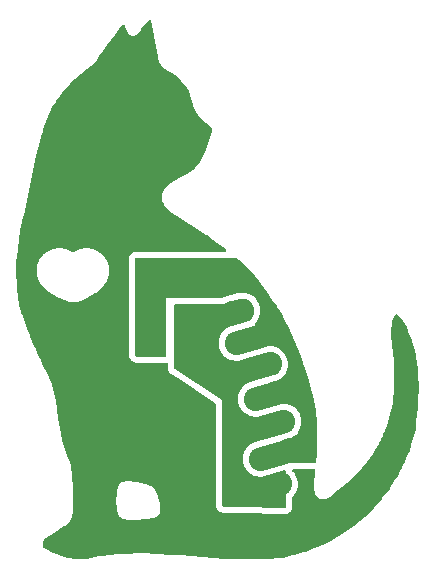
<source format=gbr>
%TF.GenerationSoftware,KiCad,Pcbnew,(6.99.0-575-gbe99240c8c)*%
%TF.CreationDate,2022-02-12T13:56:44+01:00*%
%TF.ProjectId,tuxpin,74757870-696e-42e6-9b69-6361645f7063,rev?*%
%TF.SameCoordinates,Original*%
%TF.FileFunction,Copper,L2,Bot*%
%TF.FilePolarity,Positive*%
%FSLAX46Y46*%
G04 Gerber Fmt 4.6, Leading zero omitted, Abs format (unit mm)*
G04 Created by KiCad (PCBNEW (6.99.0-575-gbe99240c8c)) date 2022-02-12 13:56:44*
%MOMM*%
%LPD*%
G01*
G04 APERTURE LIST*
G04 Aperture macros list*
%AMRoundRect*
0 Rectangle with rounded corners*
0 $1 Rounding radius*
0 $2 $3 $4 $5 $6 $7 $8 $9 X,Y pos of 4 corners*
0 Add a 4 corners polygon primitive as box body*
4,1,4,$2,$3,$4,$5,$6,$7,$8,$9,$2,$3,0*
0 Add four circle primitives for the rounded corners*
1,1,$1+$1,$2,$3*
1,1,$1+$1,$4,$5*
1,1,$1+$1,$6,$7*
1,1,$1+$1,$8,$9*
0 Add four rect primitives between the rounded corners*
20,1,$1+$1,$2,$3,$4,$5,0*
20,1,$1+$1,$4,$5,$6,$7,0*
20,1,$1+$1,$6,$7,$8,$9,0*
20,1,$1+$1,$8,$9,$2,$3,0*%
G04 Aperture macros list end*
%TA.AperFunction,SMDPad,CuDef*%
%ADD10RoundRect,1.000000X-0.961262X-0.275637X0.961262X0.275637X0.961262X0.275637X-0.961262X-0.275637X0*%
%TD*%
%TA.AperFunction,ViaPad*%
%ADD11C,0.800000*%
%TD*%
%TA.AperFunction,ViaPad*%
%ADD12C,1.000000*%
%TD*%
G04 APERTURE END LIST*
D10*
%TO.P,CB1,1*%
%TO.N,VCC*%
X170850925Y-114936946D03*
X168815498Y-105117601D03*
X170434000Y-109855000D03*
%TO.P,CB1,2*%
%TO.N,Net-(Q2-B)*%
X170578757Y-117615738D03*
X167405458Y-102921175D03*
X170882778Y-112327064D03*
X169744907Y-107451846D03*
%TD*%
D11*
%TO.N,Net-(Q2-B)*%
X164846000Y-102870000D03*
%TO.N,VCC*%
X164973000Y-98679000D03*
D12*
%TO.N,GND*%
X155829000Y-121285000D03*
%TD*%
%TA.AperFunction,Conductor*%
%TO.N,GND*%
G36*
X160567945Y-77988621D02*
G01*
X160626702Y-78028473D01*
X160653605Y-78087049D01*
X161196513Y-81214481D01*
X161202511Y-81249035D01*
X161203735Y-81259175D01*
X161203141Y-81267136D01*
X161215847Y-81326414D01*
X161216781Y-81331236D01*
X161220867Y-81354777D01*
X161222261Y-81359059D01*
X161222909Y-81361672D01*
X161224370Y-81367100D01*
X161225119Y-81369681D01*
X161226062Y-81374078D01*
X161227622Y-81378299D01*
X161227622Y-81378300D01*
X161234338Y-81396475D01*
X161235960Y-81401143D01*
X161254719Y-81458777D01*
X161255924Y-81460538D01*
X161256661Y-81464782D01*
X161258346Y-81464075D01*
X161265417Y-81480928D01*
X161267418Y-81486002D01*
X161275253Y-81507209D01*
X161277401Y-81511171D01*
X161277403Y-81511176D01*
X161277526Y-81511403D01*
X161282925Y-81522663D01*
X161284258Y-81525838D01*
X161288420Y-81537271D01*
X161290121Y-81542753D01*
X161292047Y-81546808D01*
X161292048Y-81546809D01*
X161299410Y-81562303D01*
X161301787Y-81567620D01*
X161310168Y-81587595D01*
X161312476Y-81591445D01*
X161312477Y-81591447D01*
X161313110Y-81592502D01*
X161318861Y-81603240D01*
X161319715Y-81605038D01*
X161324263Y-81615897D01*
X161326524Y-81622094D01*
X161328648Y-81626051D01*
X161328651Y-81626058D01*
X161336342Y-81640387D01*
X161339127Y-81645895D01*
X161348058Y-81664690D01*
X161351711Y-81670189D01*
X161357852Y-81680460D01*
X161358172Y-81681058D01*
X161363071Y-81691297D01*
X161365935Y-81698048D01*
X161368268Y-81701906D01*
X161368269Y-81701907D01*
X161376322Y-81715222D01*
X161379526Y-81720840D01*
X161386874Y-81734530D01*
X161389003Y-81738496D01*
X161391673Y-81742116D01*
X161391674Y-81742118D01*
X161393178Y-81744157D01*
X161405000Y-81763665D01*
X161408322Y-81770469D01*
X161419298Y-81786616D01*
X161422900Y-81792231D01*
X161433009Y-81808945D01*
X161435870Y-81812435D01*
X161435871Y-81812436D01*
X161437396Y-81814296D01*
X161450042Y-81832884D01*
X161453534Y-81839155D01*
X161456259Y-81842733D01*
X161456262Y-81842738D01*
X161465198Y-81854473D01*
X161469157Y-81859972D01*
X161470502Y-81861950D01*
X161479985Y-81875901D01*
X161483019Y-81879225D01*
X161484325Y-81880656D01*
X161497882Y-81898458D01*
X161501317Y-81903913D01*
X161513818Y-81918613D01*
X161518052Y-81923875D01*
X161526978Y-81935597D01*
X161526982Y-81935601D01*
X161529711Y-81939185D01*
X161532923Y-81942344D01*
X161533681Y-81943090D01*
X161545840Y-81957404D01*
X161545850Y-81957396D01*
X161546299Y-81957944D01*
X161548255Y-81960247D01*
X161551293Y-81964550D01*
X161554383Y-81967817D01*
X161564752Y-81978780D01*
X161569189Y-81983727D01*
X161581876Y-81998646D01*
X161585256Y-82001630D01*
X161588404Y-82004837D01*
X161588321Y-82004918D01*
X161597085Y-82014202D01*
X161597208Y-82014091D01*
X161600228Y-82017419D01*
X161603008Y-82020959D01*
X161617649Y-82034942D01*
X161622125Y-82039440D01*
X161636033Y-82054144D01*
X161639564Y-82056944D01*
X161642875Y-82059978D01*
X161642676Y-82060195D01*
X161649560Y-82066789D01*
X161649819Y-82066530D01*
X161653013Y-82069728D01*
X161655950Y-82073120D01*
X161659343Y-82076063D01*
X161671920Y-82086972D01*
X161676383Y-82091034D01*
X161688429Y-82102539D01*
X161688434Y-82102543D01*
X161691683Y-82105646D01*
X161695343Y-82108257D01*
X161698815Y-82111128D01*
X161698696Y-82111272D01*
X161704145Y-82115688D01*
X161706545Y-82117886D01*
X161709639Y-82121157D01*
X161713171Y-82123957D01*
X161727125Y-82135019D01*
X161731414Y-82138576D01*
X161744872Y-82150250D01*
X161744877Y-82150253D01*
X161748276Y-82153202D01*
X161752065Y-82155640D01*
X161754795Y-82157685D01*
X161760426Y-82162169D01*
X161763590Y-82165258D01*
X161781222Y-82178127D01*
X161782747Y-82179240D01*
X161786738Y-82182276D01*
X161805317Y-82197004D01*
X161809199Y-82199266D01*
X161809591Y-82199533D01*
X161814809Y-82203361D01*
X161817399Y-82205718D01*
X161821123Y-82208241D01*
X161821130Y-82208247D01*
X161838314Y-82219891D01*
X161841913Y-82222422D01*
X161862314Y-82237312D01*
X161865415Y-82238957D01*
X161870506Y-82242380D01*
X161872399Y-82243745D01*
X161875852Y-82246632D01*
X161895417Y-82258719D01*
X161899831Y-82261576D01*
X161918870Y-82274478D01*
X161922917Y-82276447D01*
X161923111Y-82276559D01*
X161933918Y-82282506D01*
X161950500Y-82292750D01*
X161967633Y-82303335D01*
X161977477Y-82310081D01*
X161978884Y-82311147D01*
X161978891Y-82311151D01*
X161982467Y-82313860D01*
X161986400Y-82316036D01*
X161986401Y-82316037D01*
X162000934Y-82324079D01*
X162006158Y-82327136D01*
X162020298Y-82335872D01*
X162020303Y-82335874D01*
X162024130Y-82338239D01*
X162028252Y-82340034D01*
X162028261Y-82340038D01*
X162029874Y-82340740D01*
X162040590Y-82346022D01*
X162399888Y-82544845D01*
X162403844Y-82547129D01*
X162448117Y-82573788D01*
X162497419Y-82603476D01*
X162500428Y-82605346D01*
X162544533Y-82633624D01*
X162546751Y-82635080D01*
X162593536Y-82666526D01*
X162595913Y-82668165D01*
X162643214Y-82701583D01*
X162645727Y-82703405D01*
X162693838Y-82739204D01*
X162696406Y-82741167D01*
X162745457Y-82779659D01*
X162748002Y-82781710D01*
X162783440Y-82811060D01*
X162791587Y-82818431D01*
X162970148Y-82994765D01*
X162988971Y-83013353D01*
X162990008Y-83014390D01*
X163141563Y-83167599D01*
X163171845Y-83198212D01*
X163173544Y-83199963D01*
X163324171Y-83358250D01*
X163326679Y-83360964D01*
X163447782Y-83495941D01*
X163448556Y-83496804D01*
X163451949Y-83500746D01*
X163548520Y-83617756D01*
X163552696Y-83623103D01*
X163631547Y-83729866D01*
X163634987Y-83734763D01*
X163663929Y-83778116D01*
X163666246Y-83781718D01*
X163694855Y-83827898D01*
X163697065Y-83831607D01*
X163723431Y-83877669D01*
X163725489Y-83881412D01*
X163748002Y-83924097D01*
X163750721Y-83929572D01*
X163800720Y-84036752D01*
X163803508Y-84043193D01*
X163844172Y-84144783D01*
X163851310Y-84162617D01*
X163853137Y-84167467D01*
X163903752Y-84310734D01*
X163904803Y-84313837D01*
X163960269Y-84484868D01*
X163960823Y-84486619D01*
X164085934Y-84892467D01*
X164086052Y-84892900D01*
X164086136Y-84893427D01*
X164096800Y-84927715D01*
X164107254Y-84961626D01*
X164107478Y-84962100D01*
X164107624Y-84962519D01*
X164170578Y-85164926D01*
X164171029Y-85166556D01*
X164171319Y-85168276D01*
X164181657Y-85200558D01*
X164181870Y-85201233D01*
X164191910Y-85233514D01*
X164192657Y-85235082D01*
X164193223Y-85236675D01*
X164277593Y-85500141D01*
X164279001Y-85504848D01*
X164285412Y-85527937D01*
X164287224Y-85532063D01*
X164288208Y-85534826D01*
X164290009Y-85539585D01*
X164291079Y-85542255D01*
X164292450Y-85546535D01*
X164302952Y-85568127D01*
X164305012Y-85572583D01*
X164305476Y-85573641D01*
X164307756Y-85579715D01*
X164307818Y-85579691D01*
X164309472Y-85583876D01*
X164310822Y-85588165D01*
X164312767Y-85592216D01*
X164312768Y-85592217D01*
X164321873Y-85611174D01*
X164323664Y-85615072D01*
X164333924Y-85638443D01*
X164336306Y-85642272D01*
X164336956Y-85643505D01*
X164340470Y-85650882D01*
X164341564Y-85654048D01*
X164354182Y-85678551D01*
X164355735Y-85681672D01*
X164367650Y-85706480D01*
X164370164Y-85710229D01*
X164371069Y-85711813D01*
X164376232Y-85721869D01*
X164377809Y-85726085D01*
X164379972Y-85730036D01*
X164379974Y-85730041D01*
X164391395Y-85750905D01*
X164392891Y-85753722D01*
X164405865Y-85778917D01*
X164408472Y-85782583D01*
X164409537Y-85784331D01*
X164412448Y-85789369D01*
X164414404Y-85792943D01*
X164417098Y-85798150D01*
X164417830Y-85799649D01*
X164419510Y-85803821D01*
X164421765Y-85807708D01*
X164433789Y-85828439D01*
X164435310Y-85831138D01*
X164449002Y-85856152D01*
X164451690Y-85859736D01*
X164452613Y-85861169D01*
X164455666Y-85866160D01*
X164460925Y-85875225D01*
X164463712Y-85880294D01*
X164464764Y-85882315D01*
X164466548Y-85886439D01*
X164468900Y-85890265D01*
X164468901Y-85890267D01*
X164481340Y-85910501D01*
X164482990Y-85913265D01*
X164497147Y-85937673D01*
X164499937Y-85941205D01*
X164501207Y-85943074D01*
X164504342Y-85947921D01*
X164512301Y-85960868D01*
X164515101Y-85965657D01*
X164516913Y-85968918D01*
X164518810Y-85972993D01*
X164521268Y-85976756D01*
X164521271Y-85976762D01*
X164533926Y-85996138D01*
X164535753Y-85999019D01*
X164550260Y-86022619D01*
X164553134Y-86026073D01*
X164555303Y-86029094D01*
X164558443Y-86033677D01*
X164568866Y-86049638D01*
X164571745Y-86054637D01*
X164571874Y-86054560D01*
X164574185Y-86058439D01*
X164576201Y-86062448D01*
X164591542Y-86084460D01*
X164593620Y-86087539D01*
X164608283Y-86109991D01*
X164611259Y-86113375D01*
X164613977Y-86116951D01*
X164613856Y-86117043D01*
X164617417Y-86121587D01*
X164630648Y-86140570D01*
X164634074Y-86146105D01*
X164634134Y-86146066D01*
X164636565Y-86149848D01*
X164638722Y-86153799D01*
X164654079Y-86174313D01*
X164656540Y-86177720D01*
X164671175Y-86198719D01*
X164674246Y-86202006D01*
X164677081Y-86205511D01*
X164677026Y-86205555D01*
X164681202Y-86210543D01*
X164697436Y-86232227D01*
X164697470Y-86232273D01*
X164702503Y-86239779D01*
X164704183Y-86242182D01*
X164706493Y-86246046D01*
X164711414Y-86252111D01*
X164721599Y-86264665D01*
X164724618Y-86268538D01*
X164736285Y-86284123D01*
X164736290Y-86284129D01*
X164738986Y-86287730D01*
X164742170Y-86290914D01*
X164744119Y-86293163D01*
X164750125Y-86299825D01*
X164769565Y-86323785D01*
X164776804Y-86333654D01*
X164779833Y-86338233D01*
X164782822Y-86341591D01*
X164782825Y-86341596D01*
X164794389Y-86354591D01*
X164798106Y-86358965D01*
X164811885Y-86375948D01*
X164815920Y-86379680D01*
X164824475Y-86388400D01*
X164847417Y-86414182D01*
X164854448Y-86422827D01*
X164856668Y-86425818D01*
X164856675Y-86425826D01*
X164859357Y-86429439D01*
X164868600Y-86438756D01*
X164872843Y-86443034D01*
X164877509Y-86447999D01*
X164890247Y-86462313D01*
X164893695Y-86465222D01*
X164893698Y-86465225D01*
X164896537Y-86467621D01*
X164904733Y-86475181D01*
X164931891Y-86502557D01*
X164938474Y-86509727D01*
X164943220Y-86515315D01*
X164943227Y-86515322D01*
X164946135Y-86518746D01*
X164957806Y-86529063D01*
X164963783Y-86534706D01*
X164974742Y-86545753D01*
X164984184Y-86552881D01*
X164991711Y-86559033D01*
X165019210Y-86583340D01*
X165026874Y-86590714D01*
X165033468Y-86597617D01*
X165047490Y-86608623D01*
X165053130Y-86613323D01*
X165066494Y-86625136D01*
X165070253Y-86627605D01*
X165073832Y-86630339D01*
X165073808Y-86630371D01*
X165079847Y-86634836D01*
X165080877Y-86635690D01*
X165084121Y-86638796D01*
X165087774Y-86641408D01*
X165087777Y-86641411D01*
X165102170Y-86651704D01*
X165106669Y-86655076D01*
X165124101Y-86668759D01*
X165127711Y-86670839D01*
X165131863Y-86673792D01*
X165134411Y-86675698D01*
X165137812Y-86678644D01*
X165155101Y-86689749D01*
X165160262Y-86693249D01*
X165176979Y-86705205D01*
X165180977Y-86707276D01*
X165183021Y-86708528D01*
X165187608Y-86711692D01*
X165187674Y-86711593D01*
X165191430Y-86714090D01*
X165194986Y-86716838D01*
X165211229Y-86726035D01*
X165217229Y-86729658D01*
X165232931Y-86739744D01*
X165237014Y-86741608D01*
X165240977Y-86743771D01*
X165240853Y-86743999D01*
X165248451Y-86748268D01*
X165248516Y-86748155D01*
X165252403Y-86750403D01*
X165256132Y-86752930D01*
X165260181Y-86754900D01*
X165260184Y-86754902D01*
X165271023Y-86760176D01*
X165277980Y-86763834D01*
X165288460Y-86769768D01*
X165288465Y-86769770D01*
X165292378Y-86771986D01*
X165296566Y-86773622D01*
X165296574Y-86773626D01*
X165297779Y-86774097D01*
X165315163Y-86782477D01*
X165317869Y-86784047D01*
X165317880Y-86784052D01*
X165321768Y-86786309D01*
X165334959Y-86791625D01*
X165342981Y-86795189D01*
X165351708Y-86799435D01*
X165352148Y-86799649D01*
X165352155Y-86799653D01*
X165355760Y-86801407D01*
X165355645Y-86801644D01*
X165381808Y-86816567D01*
X165389414Y-86822413D01*
X165394496Y-86826534D01*
X165430188Y-86857041D01*
X165434153Y-86860577D01*
X165478510Y-86901850D01*
X165481932Y-86905156D01*
X165499863Y-86923150D01*
X165531108Y-86954506D01*
X165534278Y-86957806D01*
X165582152Y-87009482D01*
X165585551Y-87013151D01*
X165588673Y-87016650D01*
X165639561Y-87075854D01*
X165642755Y-87079723D01*
X165691155Y-87140792D01*
X165694522Y-87145239D01*
X165738364Y-87205889D01*
X165741983Y-87211173D01*
X165782103Y-87273072D01*
X165784972Y-87277717D01*
X165798539Y-87300804D01*
X165800531Y-87304325D01*
X165808406Y-87318796D01*
X165823397Y-87388190D01*
X165812805Y-87430342D01*
X165805248Y-87447286D01*
X165804920Y-87448022D01*
X165801201Y-87455311D01*
X165799607Y-87458589D01*
X165797356Y-87462483D01*
X165788344Y-87484963D01*
X165786492Y-87489340D01*
X165776609Y-87511499D01*
X165775377Y-87515838D01*
X165774122Y-87519296D01*
X165771489Y-87527007D01*
X165702184Y-87699886D01*
X165699866Y-87705667D01*
X165697198Y-87711389D01*
X165697283Y-87711427D01*
X165695450Y-87715534D01*
X165693325Y-87719507D01*
X165684476Y-87743874D01*
X165683003Y-87747730D01*
X165673367Y-87771766D01*
X165672302Y-87776146D01*
X165670933Y-87780421D01*
X165670844Y-87780393D01*
X165669023Y-87786421D01*
X165608033Y-87954357D01*
X165605967Y-87959667D01*
X165604909Y-87962213D01*
X165602893Y-87966233D01*
X165601470Y-87970495D01*
X165601467Y-87970503D01*
X165594021Y-87992811D01*
X165592951Y-87995885D01*
X165583365Y-88022280D01*
X165582445Y-88026689D01*
X165581687Y-88029357D01*
X165580006Y-88034796D01*
X165526641Y-88194669D01*
X165524722Y-88199974D01*
X165522898Y-88203812D01*
X165521568Y-88208098D01*
X165514115Y-88232114D01*
X165513293Y-88234664D01*
X165503934Y-88262702D01*
X165503173Y-88266898D01*
X165501648Y-88272286D01*
X165251452Y-89078493D01*
X165250217Y-89082262D01*
X165188335Y-89261523D01*
X165186801Y-89265725D01*
X165120978Y-89436494D01*
X165118734Y-89441934D01*
X165047831Y-89603033D01*
X165044764Y-89609496D01*
X164966661Y-89762724D01*
X164962703Y-89769903D01*
X164874940Y-89917494D01*
X164870106Y-89925003D01*
X164769799Y-90069331D01*
X164764206Y-90076776D01*
X164647945Y-90220171D01*
X164641803Y-90227198D01*
X164502439Y-90375196D01*
X164497421Y-90380231D01*
X164487321Y-90389812D01*
X164487317Y-90389816D01*
X164484045Y-90392920D01*
X164481251Y-90396454D01*
X164478494Y-90399941D01*
X164471390Y-90408169D01*
X164465260Y-90414679D01*
X164454651Y-90429776D01*
X164450415Y-90435456D01*
X164398293Y-90501381D01*
X164389145Y-90512951D01*
X164382799Y-90520368D01*
X164315993Y-90592586D01*
X164310051Y-90598592D01*
X164231588Y-90672757D01*
X164226187Y-90677576D01*
X164141572Y-90748816D01*
X164134725Y-90754188D01*
X163918937Y-90911708D01*
X163911940Y-90916461D01*
X163673830Y-91066768D01*
X163668130Y-91070160D01*
X163018590Y-91433666D01*
X162601479Y-91667096D01*
X162592246Y-91671775D01*
X162587015Y-91674162D01*
X162582908Y-91676036D01*
X162568512Y-91685281D01*
X162561977Y-91689202D01*
X162550963Y-91695366D01*
X162550960Y-91695368D01*
X162547036Y-91697564D01*
X162543464Y-91700296D01*
X162543463Y-91700297D01*
X162538873Y-91703808D01*
X162530399Y-91709755D01*
X162329573Y-91838718D01*
X162323321Y-91842482D01*
X162311577Y-91849096D01*
X162311569Y-91849101D01*
X162307656Y-91851305D01*
X162300174Y-91857060D01*
X162291457Y-91863196D01*
X162283527Y-91868288D01*
X162280129Y-91871230D01*
X162280124Y-91871234D01*
X162269959Y-91880036D01*
X162264307Y-91884651D01*
X162085157Y-92022462D01*
X162080276Y-92026033D01*
X162066650Y-92035510D01*
X162066644Y-92035515D01*
X162062947Y-92038086D01*
X162058368Y-92042356D01*
X162058356Y-92042367D01*
X162049252Y-92050083D01*
X162044280Y-92053908D01*
X162041144Y-92057128D01*
X162041141Y-92057130D01*
X162029564Y-92069015D01*
X162025236Y-92073249D01*
X161962086Y-92132133D01*
X161956492Y-92137049D01*
X161946410Y-92145392D01*
X161946404Y-92145398D01*
X161942943Y-92148262D01*
X161939916Y-92151599D01*
X161939912Y-92151603D01*
X161936358Y-92155521D01*
X161928959Y-92163023D01*
X161925093Y-92166628D01*
X161925088Y-92166633D01*
X161921794Y-92169705D01*
X161910780Y-92183394D01*
X161905941Y-92189058D01*
X161850441Y-92250249D01*
X161846994Y-92253900D01*
X161830422Y-92270758D01*
X161827759Y-92274380D01*
X161826531Y-92275822D01*
X161821706Y-92281724D01*
X161820510Y-92283248D01*
X161817486Y-92286582D01*
X161814968Y-92290311D01*
X161814961Y-92290320D01*
X161804278Y-92306142D01*
X161801368Y-92310272D01*
X161748285Y-92382468D01*
X161746878Y-92384343D01*
X161728475Y-92408394D01*
X161726405Y-92412091D01*
X161725702Y-92413183D01*
X161723190Y-92416599D01*
X161721073Y-92420556D01*
X161721072Y-92420558D01*
X161708899Y-92443315D01*
X161707739Y-92445434D01*
X161695662Y-92467006D01*
X161695505Y-92467245D01*
X161695260Y-92467486D01*
X161659916Y-92530857D01*
X161642331Y-92562268D01*
X161642184Y-92562651D01*
X161641986Y-92563005D01*
X161630006Y-92594266D01*
X161629315Y-92596069D01*
X161629242Y-92596258D01*
X161618193Y-92624951D01*
X161616790Y-92628018D01*
X161614536Y-92631091D01*
X161611469Y-92639561D01*
X161591659Y-92694271D01*
X161590841Y-92696465D01*
X161581566Y-92720666D01*
X161581564Y-92720673D01*
X161579957Y-92724866D01*
X161579009Y-92729043D01*
X161578759Y-92729895D01*
X161577299Y-92733928D01*
X161576385Y-92738331D01*
X161576385Y-92738332D01*
X161571117Y-92763718D01*
X161570621Y-92766000D01*
X161561650Y-92805529D01*
X161559219Y-92804977D01*
X161558982Y-92808991D01*
X161559846Y-92809146D01*
X161556155Y-92829743D01*
X161554318Y-92829414D01*
X161553528Y-92831475D01*
X161555773Y-92831877D01*
X161548487Y-92872542D01*
X161547833Y-92875923D01*
X161542215Y-92902994D01*
X161541938Y-92907480D01*
X161541613Y-92909901D01*
X161541351Y-92912369D01*
X161540556Y-92916803D01*
X161540401Y-92921305D01*
X161539601Y-92944466D01*
X161539435Y-92947901D01*
X161536603Y-92993655D01*
X161534723Y-92993539D01*
X161534797Y-92994232D01*
X161535287Y-92994192D01*
X161535356Y-92995043D01*
X161536174Y-92995050D01*
X161536145Y-92998239D01*
X161535984Y-93002789D01*
X161536014Y-93003165D01*
X161535961Y-93003419D01*
X161535917Y-93004658D01*
X161535920Y-93004690D01*
X161535460Y-93012127D01*
X161535458Y-93012164D01*
X161534858Y-93012127D01*
X161534727Y-93012980D01*
X161533999Y-93012868D01*
X161533663Y-93014485D01*
X161535993Y-93014507D01*
X161535993Y-93014508D01*
X161535686Y-93047601D01*
X161535569Y-93060141D01*
X161535500Y-93063278D01*
X161534522Y-93091616D01*
X161535007Y-93096079D01*
X161535078Y-93097993D01*
X161535199Y-93099938D01*
X161535157Y-93104435D01*
X161535756Y-93108895D01*
X161538927Y-93132512D01*
X161539310Y-93135662D01*
X161546343Y-93200347D01*
X161545017Y-93200491D01*
X161544875Y-93204613D01*
X161547929Y-93204162D01*
X161554667Y-93249782D01*
X161554898Y-93251421D01*
X161559178Y-93283290D01*
X161560092Y-93286514D01*
X161560582Y-93289830D01*
X161561864Y-93294136D01*
X161561867Y-93294148D01*
X161569766Y-93320670D01*
X161570229Y-93322263D01*
X161585265Y-93375290D01*
X161589014Y-93388513D01*
X161590493Y-93390861D01*
X161591399Y-93393312D01*
X161603806Y-93434974D01*
X161603940Y-93435430D01*
X161613712Y-93468870D01*
X161614257Y-93470068D01*
X161614631Y-93471323D01*
X161616342Y-93475031D01*
X161629149Y-93502793D01*
X161629418Y-93503381D01*
X161678775Y-93611830D01*
X161680061Y-93614753D01*
X161689378Y-93636683D01*
X161689382Y-93636691D01*
X161691139Y-93640826D01*
X161693473Y-93644679D01*
X161694356Y-93646404D01*
X161695302Y-93648143D01*
X161697167Y-93652240D01*
X161699594Y-93656028D01*
X161699596Y-93656031D01*
X161712426Y-93676052D01*
X161714114Y-93678761D01*
X161777143Y-93782831D01*
X161779939Y-93787688D01*
X161790590Y-93807181D01*
X161793278Y-93810770D01*
X161793283Y-93810778D01*
X161793675Y-93811301D01*
X161800594Y-93821552D01*
X161803267Y-93825965D01*
X161806116Y-93829435D01*
X161806117Y-93829437D01*
X161817382Y-93843159D01*
X161820844Y-93847573D01*
X161868133Y-93910710D01*
X161875149Y-93922534D01*
X161875264Y-93922460D01*
X161880133Y-93930039D01*
X161883877Y-93938239D01*
X161889779Y-93945052D01*
X161916950Y-93976417D01*
X161922564Y-93983383D01*
X161928145Y-93990834D01*
X161930850Y-93994445D01*
X161934037Y-93997630D01*
X161940449Y-94004039D01*
X161946611Y-94010657D01*
X161955489Y-94020905D01*
X161958879Y-94023843D01*
X161965930Y-94029954D01*
X161972475Y-94036047D01*
X162008208Y-94071761D01*
X162016115Y-94076076D01*
X162023334Y-94081477D01*
X162023253Y-94081585D01*
X162034547Y-94089426D01*
X162157865Y-94196309D01*
X162163703Y-94201702D01*
X162172105Y-94209970D01*
X162172110Y-94209975D01*
X162175312Y-94213125D01*
X162178932Y-94215790D01*
X162178937Y-94215794D01*
X162184258Y-94219711D01*
X162192084Y-94225967D01*
X162200466Y-94233232D01*
X162214184Y-94242050D01*
X162220711Y-94246543D01*
X162438380Y-94406774D01*
X162453523Y-94417921D01*
X162462752Y-94425412D01*
X162467521Y-94429670D01*
X162471272Y-94432160D01*
X162471279Y-94432166D01*
X162485006Y-94441280D01*
X162490004Y-94444775D01*
X162506900Y-94457213D01*
X162512529Y-94460228D01*
X162522734Y-94466330D01*
X162783916Y-94639752D01*
X163224161Y-94932070D01*
X163226442Y-94933683D01*
X163228415Y-94935400D01*
X163232191Y-94937839D01*
X163232193Y-94937840D01*
X163255518Y-94952903D01*
X163256861Y-94953782D01*
X163283798Y-94971668D01*
X163286158Y-94972788D01*
X163288556Y-94974239D01*
X164290517Y-95621307D01*
X165246987Y-96238996D01*
X165327183Y-96290787D01*
X165329482Y-96292308D01*
X165897358Y-96676912D01*
X165899147Y-96678147D01*
X166471148Y-97080617D01*
X166473411Y-97082247D01*
X166948287Y-97432767D01*
X166952159Y-97435625D01*
X166995087Y-97492173D01*
X167000629Y-97562953D01*
X166967025Y-97625493D01*
X166904943Y-97659937D01*
X166877331Y-97663000D01*
X159384000Y-97663000D01*
X159276020Y-97674609D01*
X159272736Y-97675323D01*
X159272732Y-97675324D01*
X159253614Y-97679483D01*
X159223678Y-97685995D01*
X159120628Y-97720293D01*
X158998990Y-97798465D01*
X158945334Y-97844958D01*
X158850645Y-97954234D01*
X158790579Y-98085760D01*
X158770577Y-98153881D01*
X158769937Y-98158329D01*
X158769936Y-98158336D01*
X158750639Y-98292552D01*
X158750638Y-98292559D01*
X158750000Y-98297000D01*
X158750000Y-106427000D01*
X158761609Y-106534980D01*
X158772995Y-106587322D01*
X158807293Y-106690372D01*
X158885465Y-106812010D01*
X158931958Y-106865666D01*
X159041234Y-106960355D01*
X159172760Y-107020421D01*
X159181346Y-107022942D01*
X159236558Y-107039154D01*
X159236562Y-107039155D01*
X159240881Y-107040423D01*
X159245329Y-107041063D01*
X159245336Y-107041064D01*
X159379552Y-107060361D01*
X159379559Y-107060362D01*
X159384000Y-107061000D01*
X161799000Y-107061000D01*
X161906980Y-107049391D01*
X161906995Y-107049534D01*
X161976299Y-107058245D01*
X162030772Y-107103778D01*
X162052000Y-107173770D01*
X162052000Y-107500978D01*
X162063099Y-107606586D01*
X162073990Y-107657830D01*
X162106801Y-107758825D01*
X162110961Y-107765436D01*
X162174618Y-107866601D01*
X162183807Y-107881205D01*
X162229785Y-107935303D01*
X162239733Y-107944091D01*
X162334777Y-108028052D01*
X162334782Y-108028055D01*
X162338151Y-108031032D01*
X162876353Y-108384227D01*
X166059131Y-110472925D01*
X166105109Y-110527023D01*
X166116000Y-110578267D01*
X166116000Y-119129896D01*
X166116322Y-119133061D01*
X166116322Y-119133068D01*
X166121434Y-119183361D01*
X166126387Y-119232098D01*
X166129353Y-119246540D01*
X166135036Y-119274207D01*
X166136587Y-119281761D01*
X166137544Y-119284812D01*
X166165020Y-119372440D01*
X166165022Y-119372444D01*
X166167324Y-119379786D01*
X166171334Y-119386356D01*
X166171334Y-119386357D01*
X166174716Y-119391898D01*
X166242646Y-119503210D01*
X166287879Y-119557933D01*
X166394930Y-119655140D01*
X166430313Y-119672304D01*
X166508406Y-119710186D01*
X166525023Y-119718247D01*
X166592661Y-119739827D01*
X166597102Y-119740571D01*
X166597105Y-119740572D01*
X166633236Y-119746627D01*
X166735260Y-119763725D01*
X166739752Y-119763829D01*
X166739758Y-119763830D01*
X168037510Y-119794010D01*
X171944262Y-119884865D01*
X171951815Y-119884186D01*
X172054746Y-119874932D01*
X172054751Y-119874931D01*
X172058280Y-119874614D01*
X172079946Y-119870164D01*
X172110060Y-119863979D01*
X172110066Y-119863977D01*
X172113549Y-119863262D01*
X172116925Y-119862160D01*
X172116933Y-119862158D01*
X172214703Y-119830246D01*
X172214702Y-119830246D01*
X172222372Y-119827743D01*
X172344010Y-119749571D01*
X172354396Y-119740572D01*
X172394273Y-119706018D01*
X172397666Y-119703078D01*
X172401740Y-119698377D01*
X172468183Y-119621698D01*
X172492355Y-119593802D01*
X172552421Y-119462276D01*
X172569884Y-119402802D01*
X172571154Y-119398478D01*
X172571155Y-119398474D01*
X172572423Y-119394155D01*
X172573530Y-119386458D01*
X172592361Y-119255484D01*
X172592362Y-119255477D01*
X172593000Y-119251036D01*
X172593000Y-118472536D01*
X172613002Y-118404415D01*
X172626619Y-118386852D01*
X172725386Y-118280366D01*
X172725387Y-118280365D01*
X172728838Y-118276644D01*
X172759256Y-118230887D01*
X172860864Y-118078044D01*
X172860866Y-118078041D01*
X172863675Y-118073815D01*
X172873358Y-118052455D01*
X172911023Y-117969363D01*
X172964230Y-117851984D01*
X173018267Y-117652461D01*
X173026571Y-117621800D01*
X173026571Y-117621798D01*
X173027899Y-117616896D01*
X173028479Y-117611311D01*
X173052508Y-117379692D01*
X173052508Y-117379690D01*
X173053032Y-117374640D01*
X173047013Y-117270499D01*
X173039254Y-117136243D01*
X173039254Y-117136241D01*
X173038979Y-117131488D01*
X173009243Y-116991124D01*
X173001789Y-116965127D01*
X172971527Y-116859598D01*
X172970920Y-116857481D01*
X172969392Y-116853290D01*
X172923387Y-116727155D01*
X172923387Y-116727154D01*
X172921757Y-116722686D01*
X172851526Y-116594366D01*
X172807264Y-116513493D01*
X172807263Y-116513492D01*
X172804824Y-116509035D01*
X172801704Y-116505030D01*
X172801699Y-116505023D01*
X172690928Y-116362851D01*
X172655133Y-116316909D01*
X172651416Y-116313462D01*
X172651412Y-116313457D01*
X172633000Y-116296380D01*
X172596658Y-116235390D01*
X172599058Y-116164434D01*
X172639440Y-116106040D01*
X172704981Y-116078747D01*
X172718685Y-116078000D01*
X174404703Y-116078000D01*
X174472824Y-116098002D01*
X174519317Y-116151658D01*
X174530117Y-116216136D01*
X174492857Y-116601168D01*
X174492540Y-116603662D01*
X174492001Y-116605992D01*
X174491621Y-116610460D01*
X174491620Y-116610466D01*
X174489231Y-116638559D01*
X174489098Y-116640016D01*
X174485957Y-116672478D01*
X174486068Y-116674871D01*
X174485930Y-116677370D01*
X174448718Y-117114928D01*
X174447180Y-117126564D01*
X174447133Y-117126827D01*
X174445981Y-117133227D01*
X174445823Y-117137716D01*
X174445822Y-117137722D01*
X174445254Y-117153835D01*
X174444880Y-117160060D01*
X174444573Y-117163664D01*
X174443554Y-117175654D01*
X174443133Y-117180600D01*
X174443393Y-117185085D01*
X174443393Y-117185101D01*
X174443524Y-117187350D01*
X174443658Y-117199088D01*
X174430721Y-117565926D01*
X174430674Y-117567245D01*
X174430566Y-117569639D01*
X174428918Y-117599840D01*
X174429291Y-117604061D01*
X174429327Y-117605422D01*
X174429178Y-117609655D01*
X174431982Y-117635624D01*
X174432426Y-117639741D01*
X174432661Y-117642135D01*
X174452177Y-117862655D01*
X174451895Y-117874901D01*
X174452361Y-117874897D01*
X174452440Y-117883912D01*
X174451235Y-117892840D01*
X174455414Y-117920217D01*
X174459233Y-117945236D01*
X174460185Y-117953139D01*
X174461621Y-117969363D01*
X174462652Y-117973745D01*
X174462652Y-117973746D01*
X174464160Y-117980156D01*
X174466063Y-117989986D01*
X174467058Y-117996502D01*
X174467060Y-117996509D01*
X174467739Y-118000959D01*
X174469045Y-118005269D01*
X174469046Y-118005272D01*
X174472466Y-118016555D01*
X174474527Y-118024219D01*
X174486669Y-118075828D01*
X174491122Y-118083664D01*
X174491972Y-118085832D01*
X174499736Y-118116496D01*
X174500141Y-118119797D01*
X174500143Y-118119804D01*
X174501240Y-118128744D01*
X174515931Y-118162758D01*
X174517861Y-118168040D01*
X174518022Y-118167978D01*
X174519634Y-118172188D01*
X174520937Y-118176488D01*
X174522837Y-118180554D01*
X174522842Y-118180568D01*
X174532369Y-118200959D01*
X174533884Y-118204329D01*
X174542822Y-118225023D01*
X174542828Y-118225035D01*
X174544606Y-118229151D01*
X174546955Y-118232978D01*
X174549032Y-118236976D01*
X174548883Y-118237054D01*
X174551551Y-118242013D01*
X174553439Y-118246053D01*
X174567233Y-118275577D01*
X174573192Y-118282335D01*
X174579353Y-118289322D01*
X174592231Y-118306742D01*
X174604911Y-118327400D01*
X174607021Y-118330968D01*
X174637975Y-118385352D01*
X174644459Y-118391611D01*
X174665476Y-118411900D01*
X174674871Y-118422021D01*
X174699299Y-118451419D01*
X174748857Y-118484738D01*
X174757615Y-118491604D01*
X174760984Y-118495686D01*
X174768445Y-118500738D01*
X174768447Y-118500740D01*
X174813642Y-118531343D01*
X174816710Y-118533487D01*
X174838548Y-118549241D01*
X174842538Y-118551329D01*
X174846364Y-118553693D01*
X174846279Y-118553830D01*
X174851178Y-118556759D01*
X174872400Y-118571129D01*
X174881941Y-118577590D01*
X174899286Y-118583139D01*
X174919312Y-118591509D01*
X174919991Y-118591864D01*
X174927469Y-118595778D01*
X174927471Y-118595779D01*
X174935451Y-118599955D01*
X174944286Y-118601714D01*
X174944288Y-118601715D01*
X174961249Y-118605092D01*
X174971900Y-118607213D01*
X174977413Y-118608641D01*
X174977452Y-118608481D01*
X174981821Y-118609542D01*
X174986112Y-118610915D01*
X174990550Y-118611662D01*
X174990553Y-118611663D01*
X175012624Y-118615379D01*
X175016310Y-118616056D01*
X175078717Y-118628483D01*
X175081992Y-118628191D01*
X175096066Y-118630254D01*
X175138417Y-118640503D01*
X175188505Y-118638089D01*
X175197587Y-118637979D01*
X175212326Y-118638333D01*
X175238731Y-118638968D01*
X175238734Y-118638968D01*
X175247736Y-118639184D01*
X175296661Y-118626086D01*
X175305329Y-118624091D01*
X175319553Y-118621341D01*
X175342488Y-118619291D01*
X175344323Y-118619051D01*
X175353336Y-118619165D01*
X175370723Y-118614298D01*
X175398635Y-118606485D01*
X175408676Y-118604113D01*
X175418822Y-118602151D01*
X175423073Y-118600677D01*
X175423081Y-118600675D01*
X175434943Y-118596562D01*
X175442238Y-118594279D01*
X175458658Y-118589682D01*
X175468112Y-118585508D01*
X175477699Y-118581737D01*
X175522158Y-118566322D01*
X175529497Y-118561090D01*
X175537507Y-118556955D01*
X175537693Y-118557316D01*
X175559951Y-118546074D01*
X175566770Y-118544880D01*
X175620009Y-118518576D01*
X175624900Y-118516290D01*
X175641527Y-118508950D01*
X175645643Y-118507133D01*
X175649636Y-118504638D01*
X175660613Y-118498516D01*
X175664827Y-118496434D01*
X175683494Y-118483617D01*
X175688037Y-118480640D01*
X175730752Y-118453946D01*
X175738393Y-118449171D01*
X175744187Y-118442653D01*
X175753504Y-118435547D01*
X175997730Y-118267861D01*
X176000194Y-118266212D01*
X176020626Y-118252880D01*
X176020632Y-118252875D01*
X176024395Y-118250420D01*
X176027774Y-118247451D01*
X176028350Y-118247013D01*
X176028948Y-118246581D01*
X176029013Y-118246530D01*
X176029583Y-118246053D01*
X176030149Y-118245601D01*
X176033863Y-118243052D01*
X176055095Y-118223490D01*
X176057302Y-118221504D01*
X176455749Y-117871386D01*
X176458141Y-117869337D01*
X176797951Y-117585479D01*
X177155001Y-117287220D01*
X177165043Y-117279650D01*
X177165172Y-117279562D01*
X177165174Y-117279560D01*
X177168901Y-117277032D01*
X177185703Y-117261724D01*
X177189766Y-117258180D01*
X177203740Y-117246507D01*
X177203743Y-117246504D01*
X177207198Y-117243618D01*
X177210319Y-117240145D01*
X177219173Y-117231231D01*
X177506004Y-116969911D01*
X177510504Y-116966253D01*
X177510407Y-116966137D01*
X177513855Y-116963246D01*
X177517504Y-116960606D01*
X177536770Y-116941958D01*
X177539509Y-116939386D01*
X177555949Y-116924408D01*
X177559275Y-116921378D01*
X177562135Y-116917906D01*
X177565236Y-116914648D01*
X177565345Y-116914752D01*
X177569272Y-116910497D01*
X177618462Y-116862883D01*
X177837331Y-116651025D01*
X177841886Y-116647084D01*
X177841803Y-116646991D01*
X177845157Y-116643995D01*
X177848721Y-116641241D01*
X177867085Y-116622310D01*
X177869870Y-116619529D01*
X177885574Y-116604327D01*
X177888810Y-116601195D01*
X177891565Y-116597637D01*
X177894568Y-116594284D01*
X177894659Y-116594366D01*
X177898618Y-116589803D01*
X178082853Y-116399876D01*
X178151539Y-116329068D01*
X178156145Y-116324816D01*
X178156078Y-116324746D01*
X178159340Y-116321634D01*
X178162799Y-116318776D01*
X178165811Y-116315461D01*
X178165819Y-116315453D01*
X178180271Y-116299545D01*
X178183088Y-116296545D01*
X178198021Y-116281150D01*
X178201159Y-116277915D01*
X178203803Y-116274269D01*
X178206696Y-116270826D01*
X178206770Y-116270888D01*
X178210722Y-116266027D01*
X178448888Y-116003868D01*
X178453502Y-115999314D01*
X178453450Y-115999263D01*
X178456597Y-115996050D01*
X178459973Y-115993063D01*
X178476554Y-115973522D01*
X178479345Y-115970344D01*
X178493538Y-115954721D01*
X178496565Y-115951389D01*
X178499086Y-115947661D01*
X178501867Y-115944123D01*
X178501924Y-115944168D01*
X178505849Y-115938996D01*
X178562571Y-115872147D01*
X178729609Y-115675285D01*
X178734210Y-115670421D01*
X178734173Y-115670387D01*
X178737209Y-115667063D01*
X178740472Y-115663966D01*
X178743264Y-115660433D01*
X178756131Y-115644149D01*
X178758917Y-115640747D01*
X178772351Y-115624914D01*
X178772356Y-115624907D01*
X178775264Y-115621480D01*
X178777657Y-115617670D01*
X178780314Y-115614043D01*
X178780355Y-115614073D01*
X178784209Y-115608613D01*
X178993933Y-115343185D01*
X178998481Y-115338021D01*
X178998458Y-115338001D01*
X179001368Y-115334575D01*
X179004521Y-115331360D01*
X179019303Y-115311204D01*
X179022002Y-115307660D01*
X179037488Y-115288061D01*
X179039748Y-115284168D01*
X179042279Y-115280446D01*
X179042304Y-115280463D01*
X179046071Y-115274706D01*
X179242073Y-115007459D01*
X179246535Y-115002006D01*
X179246524Y-115001998D01*
X179249305Y-114998469D01*
X179252338Y-114995140D01*
X179266197Y-114974710D01*
X179268865Y-114970928D01*
X179280802Y-114954652D01*
X179280804Y-114954649D01*
X179283461Y-114951026D01*
X179285576Y-114947060D01*
X179287975Y-114943246D01*
X179287986Y-114943253D01*
X179291624Y-114937226D01*
X179474249Y-114668007D01*
X179478597Y-114662271D01*
X179481234Y-114658654D01*
X179484142Y-114655212D01*
X179486527Y-114651396D01*
X179486532Y-114651389D01*
X179497107Y-114634469D01*
X179499682Y-114630515D01*
X179510882Y-114614005D01*
X179510886Y-114613998D01*
X179513411Y-114610276D01*
X179515383Y-114606228D01*
X179517635Y-114602336D01*
X179521115Y-114596054D01*
X179690676Y-114324752D01*
X179695219Y-114318265D01*
X179697384Y-114315046D01*
X179700150Y-114311506D01*
X179712246Y-114290408D01*
X179714678Y-114286347D01*
X179727560Y-114265736D01*
X179729378Y-114261618D01*
X179731202Y-114258175D01*
X179734763Y-114251134D01*
X179891590Y-113977602D01*
X179896117Y-113970583D01*
X179897958Y-113967605D01*
X179900589Y-113963958D01*
X179911806Y-113942528D01*
X179914120Y-113938307D01*
X179926140Y-113917342D01*
X179927796Y-113913171D01*
X179929322Y-113910005D01*
X179932801Y-113902418D01*
X180077197Y-113626546D01*
X180081527Y-113619228D01*
X180083195Y-113616282D01*
X180085688Y-113612530D01*
X180096040Y-113590749D01*
X180098207Y-113586408D01*
X180107300Y-113569035D01*
X180107302Y-113569032D01*
X180109386Y-113565049D01*
X180110885Y-113560804D01*
X180112219Y-113557740D01*
X180115478Y-113549846D01*
X180247753Y-113271513D01*
X180251816Y-113264000D01*
X180253349Y-113261029D01*
X180255696Y-113257184D01*
X180265206Y-113235005D01*
X180267190Y-113230616D01*
X180268498Y-113227865D01*
X180277546Y-113208825D01*
X180278876Y-113204537D01*
X180280080Y-113201454D01*
X180283053Y-113193385D01*
X180375408Y-112978003D01*
X180403504Y-112912483D01*
X180407167Y-112905039D01*
X180408673Y-112901824D01*
X180410865Y-112897901D01*
X180419530Y-112875342D01*
X180421347Y-112870870D01*
X180429103Y-112852783D01*
X180429105Y-112852777D01*
X180430879Y-112848640D01*
X180432048Y-112844287D01*
X180433217Y-112840913D01*
X180435777Y-112833044D01*
X180544704Y-112549456D01*
X180547894Y-112542297D01*
X180549429Y-112538668D01*
X180551470Y-112534665D01*
X180559326Y-112511639D01*
X180560934Y-112507202D01*
X180569658Y-112484488D01*
X180570658Y-112480099D01*
X180571800Y-112476344D01*
X180573940Y-112468800D01*
X180671650Y-112182384D01*
X180674314Y-112175741D01*
X180674313Y-112175741D01*
X180675907Y-112171541D01*
X180677801Y-112167456D01*
X180679096Y-112163139D01*
X180684833Y-112144012D01*
X180686269Y-112139530D01*
X180692721Y-112120616D01*
X180694176Y-112116351D01*
X180695008Y-112111929D01*
X180696155Y-112107573D01*
X180697850Y-112100607D01*
X180718226Y-112032670D01*
X180786253Y-111805849D01*
X180789911Y-111795358D01*
X180791334Y-111791790D01*
X180791335Y-111791788D01*
X180793004Y-111787604D01*
X180797475Y-111769086D01*
X180799263Y-111762475D01*
X180803443Y-111748534D01*
X180803445Y-111748527D01*
X180804738Y-111744214D01*
X180805974Y-111735957D01*
X180808099Y-111725069D01*
X180810677Y-111714393D01*
X180969892Y-111054813D01*
X180972394Y-111045899D01*
X180974993Y-111037795D01*
X180976370Y-111033502D01*
X180978765Y-111019344D01*
X180980517Y-111010797D01*
X180982830Y-111001215D01*
X180982830Y-111001214D01*
X180983887Y-110996836D01*
X180985110Y-110983869D01*
X180986318Y-110974688D01*
X181103149Y-110283997D01*
X181105174Y-110274340D01*
X181106871Y-110267580D01*
X181106873Y-110267571D01*
X181107967Y-110263211D01*
X181109604Y-110247398D01*
X181110699Y-110239360D01*
X181112602Y-110228109D01*
X181112603Y-110228104D01*
X181113354Y-110223661D01*
X181113639Y-110212178D01*
X181114270Y-110202332D01*
X181187369Y-109496193D01*
X181188896Y-109485738D01*
X181189870Y-109480594D01*
X181189871Y-109480585D01*
X181190706Y-109476174D01*
X181191489Y-109458507D01*
X181192034Y-109451131D01*
X181193852Y-109433565D01*
X181193467Y-109423862D01*
X181193491Y-109413291D01*
X181225498Y-108690668D01*
X181226505Y-108679409D01*
X181226952Y-108676092D01*
X181227554Y-108671627D01*
X181227382Y-108652094D01*
X181227501Y-108645418D01*
X181228152Y-108630731D01*
X181228365Y-108625931D01*
X181227592Y-108618110D01*
X181226985Y-108606814D01*
X181226954Y-108603214D01*
X181221101Y-107935954D01*
X181220493Y-107866601D01*
X181220962Y-107854576D01*
X181221482Y-107848613D01*
X181220288Y-107827265D01*
X181220096Y-107821335D01*
X181219948Y-107804428D01*
X181219948Y-107804422D01*
X181219908Y-107799921D01*
X181219003Y-107793995D01*
X181217757Y-107782015D01*
X181175295Y-107022942D01*
X181175236Y-107011452D01*
X181175212Y-107010524D01*
X181175417Y-107006033D01*
X181173161Y-106982899D01*
X181172766Y-106977733D01*
X181171719Y-106959016D01*
X181171719Y-106959013D01*
X181171467Y-106954515D01*
X181170577Y-106950096D01*
X181170462Y-106949195D01*
X181168766Y-106937814D01*
X181092353Y-106154045D01*
X181091759Y-106142369D01*
X181091749Y-106139998D01*
X181091748Y-106139991D01*
X181091729Y-106135496D01*
X181091070Y-106131049D01*
X181091069Y-106131035D01*
X181088726Y-106115224D01*
X181087960Y-106108985D01*
X181086405Y-106093032D01*
X181086402Y-106093015D01*
X181085967Y-106088551D01*
X181084334Y-106081876D01*
X181082083Y-106070391D01*
X181025351Y-105687476D01*
X181024728Y-105682630D01*
X180983794Y-105306178D01*
X180983338Y-105300990D01*
X180959773Y-104949660D01*
X180959523Y-104944063D01*
X180952206Y-104618949D01*
X180952216Y-104612857D01*
X180955765Y-104475600D01*
X180959919Y-104314987D01*
X180960270Y-104308306D01*
X180961354Y-104294638D01*
X180981609Y-104039049D01*
X180982421Y-104031618D01*
X181015767Y-103792405D01*
X181017221Y-103784044D01*
X181060562Y-103576506D01*
X181062933Y-103567010D01*
X181113645Y-103392998D01*
X181117361Y-103382122D01*
X181171874Y-103243560D01*
X181177587Y-103231079D01*
X181185444Y-103216127D01*
X181230944Y-103129539D01*
X181239633Y-103115365D01*
X181285114Y-103051109D01*
X181298108Y-103035568D01*
X181300310Y-103033329D01*
X181310257Y-103023211D01*
X181317005Y-103016347D01*
X181379026Y-102981794D01*
X181449882Y-102986256D01*
X181468038Y-102994534D01*
X181519665Y-103023211D01*
X181535509Y-103033645D01*
X181613028Y-103093533D01*
X181616320Y-103096076D01*
X181627963Y-103106272D01*
X181729388Y-103206747D01*
X181737947Y-103216127D01*
X181853950Y-103356884D01*
X181860317Y-103365305D01*
X181986196Y-103547157D01*
X181991004Y-103554656D01*
X182123172Y-103777790D01*
X182126864Y-103784477D01*
X182262573Y-104048929D01*
X182265449Y-104054916D01*
X182392856Y-104339140D01*
X182402561Y-104360791D01*
X182404825Y-104366174D01*
X182503105Y-104615898D01*
X182541548Y-104713580D01*
X182543357Y-104718472D01*
X182622918Y-104948120D01*
X182678187Y-105107654D01*
X182679643Y-105112127D01*
X182811206Y-105543286D01*
X182812385Y-105547398D01*
X182939498Y-106021002D01*
X182940455Y-106024804D01*
X183061951Y-106541150D01*
X183062730Y-106544684D01*
X183171200Y-107073330D01*
X183173409Y-107089113D01*
X183212731Y-107606818D01*
X183212888Y-107609176D01*
X183240396Y-108091803D01*
X183242844Y-108134759D01*
X183242994Y-108138259D01*
X183271371Y-109119903D01*
X183271601Y-109127856D01*
X183271649Y-109132564D01*
X183268515Y-109496193D01*
X183263964Y-110024248D01*
X183263836Y-110028949D01*
X183227249Y-110824736D01*
X183226947Y-110829404D01*
X183168770Y-111528087D01*
X183168298Y-111532726D01*
X183095833Y-112133276D01*
X183095187Y-112137902D01*
X183039598Y-112488681D01*
X183015783Y-112638954D01*
X183014954Y-112643619D01*
X182936353Y-113042051D01*
X182935153Y-113047495D01*
X182815429Y-113538814D01*
X182814043Y-113544014D01*
X182673062Y-114031105D01*
X182671489Y-114036143D01*
X182509772Y-114518278D01*
X182508029Y-114523141D01*
X182326495Y-114998612D01*
X182326101Y-114999644D01*
X182324196Y-115004348D01*
X182151147Y-115407946D01*
X182122534Y-115474679D01*
X182120476Y-115479228D01*
X181899613Y-115942719D01*
X181897415Y-115947110D01*
X181657866Y-116403155D01*
X181655535Y-116407392D01*
X181599370Y-116505023D01*
X181415271Y-116825042D01*
X181400798Y-116850200D01*
X181397078Y-116856263D01*
X180839254Y-117710289D01*
X180826035Y-117730527D01*
X180820654Y-117738136D01*
X180186793Y-118567495D01*
X180180973Y-118574561D01*
X179485408Y-119359108D01*
X179479168Y-119365655D01*
X179141626Y-119695134D01*
X178726439Y-120100404D01*
X178719721Y-120106505D01*
X177914424Y-120786547D01*
X177907236Y-120792183D01*
X177787002Y-120879620D01*
X177054003Y-121412674D01*
X177046341Y-121417827D01*
X176144685Y-121977205D01*
X176138617Y-121980737D01*
X175680704Y-122230465D01*
X175676518Y-122232647D01*
X175370652Y-122384703D01*
X175204352Y-122467376D01*
X175199976Y-122469447D01*
X175084709Y-122521327D01*
X174728363Y-122681713D01*
X174719391Y-122685751D01*
X174714882Y-122687676D01*
X174646073Y-122715475D01*
X174226318Y-122885052D01*
X174221659Y-122886827D01*
X173725762Y-123064684D01*
X173720960Y-123066298D01*
X173496535Y-123136746D01*
X173218274Y-123224093D01*
X173213361Y-123225526D01*
X172993030Y-123284919D01*
X172704433Y-123362714D01*
X172699354Y-123363971D01*
X172184715Y-123480011D01*
X172179502Y-123481071D01*
X171659734Y-123575412D01*
X171654397Y-123576263D01*
X171398296Y-123611479D01*
X171144176Y-123646422D01*
X171133055Y-123647452D01*
X170908107Y-123658242D01*
X170022063Y-123700743D01*
X170017835Y-123700875D01*
X169312479Y-123711000D01*
X168937446Y-123716384D01*
X168933665Y-123716381D01*
X167893907Y-123699967D01*
X167890693Y-123699875D01*
X166886891Y-123658241D01*
X166883521Y-123658055D01*
X164942334Y-123524838D01*
X164940721Y-123524717D01*
X164082865Y-123454262D01*
X163101690Y-123373679D01*
X163097462Y-123373217D01*
X163094004Y-123372489D01*
X163063255Y-123370503D01*
X163061062Y-123370342D01*
X163060725Y-123370314D01*
X163030377Y-123367822D01*
X163026847Y-123368037D01*
X163022607Y-123367878D01*
X162218093Y-123315922D01*
X161241330Y-123252842D01*
X161235117Y-123252095D01*
X161235107Y-123252193D01*
X161230634Y-123251730D01*
X161226196Y-123250947D01*
X161200239Y-123250121D01*
X161196161Y-123249925D01*
X161170207Y-123248249D01*
X161165719Y-123248601D01*
X161161225Y-123248632D01*
X161161224Y-123248535D01*
X161154956Y-123248680D01*
X160785640Y-123236932D01*
X160294594Y-123221310D01*
X160288589Y-123220782D01*
X160288580Y-123220907D01*
X160284082Y-123220584D01*
X160279632Y-123219942D01*
X160275137Y-123219940D01*
X160275131Y-123219940D01*
X160262505Y-123219936D01*
X160253219Y-123219933D01*
X160249293Y-123219869D01*
X160236636Y-123219467D01*
X160227451Y-123219174D01*
X160227448Y-123219174D01*
X160222950Y-123219031D01*
X160218480Y-123219529D01*
X160213979Y-123219707D01*
X160213974Y-123219584D01*
X160207963Y-123219915D01*
X159334661Y-123219598D01*
X159327244Y-123219206D01*
X159322971Y-123219060D01*
X159318486Y-123218585D01*
X159313981Y-123218753D01*
X159313980Y-123218753D01*
X159294116Y-123219494D01*
X159289373Y-123219582D01*
X159283965Y-123219580D01*
X159264961Y-123219573D01*
X159260496Y-123220213D01*
X159256218Y-123220518D01*
X159248829Y-123221183D01*
X158950015Y-123232327D01*
X158354469Y-123254537D01*
X158341868Y-123254376D01*
X158337303Y-123254089D01*
X158314552Y-123255912D01*
X158309208Y-123256225D01*
X158290926Y-123256907D01*
X158290925Y-123256907D01*
X158286422Y-123257075D01*
X158281994Y-123257881D01*
X158281984Y-123257882D01*
X158281902Y-123257897D01*
X158269418Y-123259528D01*
X157683807Y-123306457D01*
X157348638Y-123333316D01*
X157336501Y-123333702D01*
X157335659Y-123333688D01*
X157335240Y-123333681D01*
X157335239Y-123333681D01*
X157330745Y-123333607D01*
X157326287Y-123334173D01*
X157326274Y-123334174D01*
X157309264Y-123336335D01*
X157303454Y-123336936D01*
X157281922Y-123338662D01*
X157277544Y-123339653D01*
X157277534Y-123339655D01*
X157276317Y-123339931D01*
X157264369Y-123342038D01*
X156311832Y-123463039D01*
X156300009Y-123463978D01*
X156298043Y-123464041D01*
X156298039Y-123464041D01*
X156293547Y-123464186D01*
X156289118Y-123464969D01*
X156289119Y-123464969D01*
X156272972Y-123467824D01*
X156266917Y-123468743D01*
X156250623Y-123470813D01*
X156250610Y-123470816D01*
X156246159Y-123471381D01*
X156241830Y-123472575D01*
X156241825Y-123472576D01*
X156239923Y-123473101D01*
X156228360Y-123475712D01*
X155237355Y-123650941D01*
X155226300Y-123652395D01*
X155004267Y-123671610D01*
X155000123Y-123671900D01*
X154770542Y-123684155D01*
X154765920Y-123684317D01*
X154546010Y-123687972D01*
X154540964Y-123687954D01*
X154329137Y-123682989D01*
X154323744Y-123682747D01*
X154118123Y-123669098D01*
X154112493Y-123668598D01*
X154018014Y-123658054D01*
X153911033Y-123646115D01*
X153905316Y-123645343D01*
X153706159Y-123613794D01*
X153700477Y-123612760D01*
X153587922Y-123589574D01*
X153501443Y-123571760D01*
X153495901Y-123570487D01*
X153318949Y-123525626D01*
X153295066Y-123519571D01*
X153289831Y-123518123D01*
X153085233Y-123456710D01*
X153080361Y-123455138D01*
X152870349Y-123382660D01*
X152865910Y-123381035D01*
X152648796Y-123296865D01*
X152644831Y-123295250D01*
X152419201Y-123198840D01*
X152415721Y-123197290D01*
X152180192Y-123088115D01*
X152177183Y-123086671D01*
X151930583Y-122964328D01*
X151928019Y-122963020D01*
X151858651Y-122926607D01*
X151713434Y-122850380D01*
X151697665Y-122840555D01*
X151689970Y-122834933D01*
X151687421Y-122833021D01*
X151668571Y-122818504D01*
X151665004Y-122815757D01*
X151661520Y-122813792D01*
X151659287Y-122812253D01*
X151640488Y-122798777D01*
X151639714Y-122798216D01*
X151612594Y-122778402D01*
X151610947Y-122777527D01*
X151609432Y-122776511D01*
X151568154Y-122746918D01*
X151565447Y-122744922D01*
X151557411Y-122738824D01*
X151515240Y-122681713D01*
X151512560Y-122673524D01*
X151508836Y-122660673D01*
X151507825Y-122656973D01*
X151503503Y-122640137D01*
X151502682Y-122636734D01*
X151497983Y-122616008D01*
X151497313Y-122612861D01*
X151492384Y-122588194D01*
X151491839Y-122585291D01*
X151486801Y-122556593D01*
X151486368Y-122553965D01*
X151481347Y-122521327D01*
X151479882Y-122501978D01*
X151479973Y-122442094D01*
X151480054Y-122437776D01*
X151482878Y-122358914D01*
X151483154Y-122353951D01*
X151488045Y-122289071D01*
X151488604Y-122283379D01*
X151489234Y-122278187D01*
X151494813Y-122232163D01*
X151495768Y-122225692D01*
X151502425Y-122187498D01*
X151503917Y-122180218D01*
X151510036Y-122154265D01*
X151512214Y-122146224D01*
X151516830Y-122131178D01*
X151519965Y-122122189D01*
X151520021Y-122122046D01*
X151548676Y-122078472D01*
X151551730Y-122075447D01*
X151566915Y-122063704D01*
X151566834Y-122063603D01*
X151573851Y-122057943D01*
X151581598Y-122053342D01*
X151587735Y-122046744D01*
X151590370Y-122044619D01*
X151599880Y-122037656D01*
X152170527Y-121659551D01*
X153266586Y-120933314D01*
X153277403Y-120926900D01*
X153281500Y-120924740D01*
X153285146Y-120922093D01*
X153285150Y-120922090D01*
X153299890Y-120911386D01*
X153304334Y-120908302D01*
X153319539Y-120898228D01*
X153319542Y-120898226D01*
X153323292Y-120895741D01*
X153326651Y-120892748D01*
X153330215Y-120890001D01*
X153330410Y-120890255D01*
X153334936Y-120886778D01*
X153335796Y-120886294D01*
X153339360Y-120883557D01*
X153339370Y-120883550D01*
X153357855Y-120869352D01*
X153360550Y-120867339D01*
X153383054Y-120850997D01*
X153384502Y-120849590D01*
X153387498Y-120847281D01*
X153389892Y-120845838D01*
X153410580Y-120828926D01*
X153413572Y-120826555D01*
X153431192Y-120813022D01*
X153431201Y-120813014D01*
X153434771Y-120810272D01*
X153436699Y-120808295D01*
X153440613Y-120805085D01*
X153443623Y-120803128D01*
X153462876Y-120786269D01*
X153466128Y-120783518D01*
X153482475Y-120770156D01*
X153482479Y-120770152D01*
X153485956Y-120767310D01*
X153488294Y-120764764D01*
X153493252Y-120760406D01*
X153496808Y-120757899D01*
X153514555Y-120741140D01*
X153518041Y-120737970D01*
X153533034Y-120724842D01*
X153533040Y-120724836D01*
X153536424Y-120721873D01*
X153539100Y-120718753D01*
X153544285Y-120713837D01*
X153545679Y-120712597D01*
X153549242Y-120709857D01*
X153565394Y-120693281D01*
X153569126Y-120689607D01*
X153582694Y-120676794D01*
X153585962Y-120673708D01*
X153588756Y-120670190D01*
X153589253Y-120669649D01*
X153594129Y-120664625D01*
X153597186Y-120661646D01*
X153600627Y-120658740D01*
X153615165Y-120642390D01*
X153619072Y-120638194D01*
X153624953Y-120632158D01*
X153634335Y-120622529D01*
X153636985Y-120618891D01*
X153639635Y-120615752D01*
X153644421Y-120610720D01*
X153644308Y-120610615D01*
X153647368Y-120607319D01*
X153650661Y-120604245D01*
X153663522Y-120588242D01*
X153667576Y-120583447D01*
X153678224Y-120571472D01*
X153681218Y-120568105D01*
X153683704Y-120564344D01*
X153686441Y-120560783D01*
X153686684Y-120560970D01*
X153693060Y-120553003D01*
X153692900Y-120552870D01*
X153695777Y-120549416D01*
X153698901Y-120546167D01*
X153710122Y-120530550D01*
X153714218Y-120525161D01*
X153726279Y-120510153D01*
X153728574Y-120506273D01*
X153731132Y-120502579D01*
X153731190Y-120502619D01*
X153741266Y-120488533D01*
X153741996Y-120487680D01*
X153741997Y-120487679D01*
X153744921Y-120484261D01*
X153747327Y-120480466D01*
X153747336Y-120480453D01*
X153754509Y-120469136D01*
X153758600Y-120463077D01*
X153766432Y-120452176D01*
X153766436Y-120452169D01*
X153769058Y-120448520D01*
X153772233Y-120442425D01*
X153783353Y-120424808D01*
X153785422Y-120422063D01*
X153785425Y-120422058D01*
X153788131Y-120418468D01*
X153796187Y-120403828D01*
X153800155Y-120397117D01*
X153806690Y-120386807D01*
X153806692Y-120386804D01*
X153809104Y-120382998D01*
X153811451Y-120377771D01*
X153812823Y-120374717D01*
X153822411Y-120357220D01*
X153825491Y-120352524D01*
X153825492Y-120352523D01*
X153827957Y-120348764D01*
X153829860Y-120344698D01*
X153829865Y-120344689D01*
X153834576Y-120334622D01*
X153838305Y-120327288D01*
X153843667Y-120317544D01*
X153843671Y-120317536D01*
X153845837Y-120313599D01*
X153848692Y-120306020D01*
X153855755Y-120291211D01*
X153855668Y-120291168D01*
X153857659Y-120287133D01*
X153859932Y-120283250D01*
X153867572Y-120264496D01*
X153870124Y-120258663D01*
X153875971Y-120246169D01*
X153876313Y-120245535D01*
X153876400Y-120245434D01*
X153876599Y-120244915D01*
X153876566Y-120244899D01*
X153876785Y-120244432D01*
X153876787Y-120244426D01*
X153878691Y-120240357D01*
X153879999Y-120236051D01*
X153880146Y-120235668D01*
X153882100Y-120229837D01*
X153885124Y-120221610D01*
X153886722Y-120217492D01*
X153887038Y-120216717D01*
X153888652Y-120213139D01*
X153889626Y-120210757D01*
X153891616Y-120206739D01*
X153893015Y-120202475D01*
X153893771Y-120200627D01*
X153893883Y-120200323D01*
X153894552Y-120198272D01*
X153896245Y-120194116D01*
X153897330Y-120189759D01*
X153898204Y-120187080D01*
X153899203Y-120183609D01*
X153899451Y-120182852D01*
X153900947Y-120178550D01*
X153901416Y-120177276D01*
X153902831Y-120173815D01*
X153903739Y-120171349D01*
X153905593Y-120167243D01*
X153906843Y-120162920D01*
X153907494Y-120161151D01*
X153908049Y-120159224D01*
X153909597Y-120155012D01*
X153910530Y-120150619D01*
X153911310Y-120147914D01*
X153912156Y-120144531D01*
X153912554Y-120143154D01*
X153913881Y-120138858D01*
X153914486Y-120137016D01*
X153915686Y-120133755D01*
X153916534Y-120131168D01*
X153918238Y-120127003D01*
X153919331Y-120122638D01*
X153919848Y-120121062D01*
X153920270Y-120119378D01*
X153921673Y-120115101D01*
X153922453Y-120110665D01*
X153923134Y-120107948D01*
X153923829Y-120104682D01*
X153924288Y-120102848D01*
X153925475Y-120098444D01*
X153926155Y-120096092D01*
X153927173Y-120092988D01*
X153927948Y-120090301D01*
X153929499Y-120086080D01*
X153930434Y-120081680D01*
X153930840Y-120080271D01*
X153931157Y-120078781D01*
X153932408Y-120074455D01*
X153933030Y-120069997D01*
X153933630Y-120067179D01*
X153934175Y-120064076D01*
X153934679Y-120061705D01*
X153935705Y-120057270D01*
X153936394Y-120054521D01*
X153937219Y-120051659D01*
X153937924Y-120048837D01*
X153939325Y-120044552D01*
X153940102Y-120040114D01*
X153940424Y-120038823D01*
X153940655Y-120037508D01*
X153941750Y-120033138D01*
X153942211Y-120028660D01*
X153942724Y-120025742D01*
X153943133Y-120022794D01*
X153943621Y-120020010D01*
X153944483Y-120015563D01*
X153945158Y-120012388D01*
X153945817Y-120009749D01*
X153946446Y-120006775D01*
X153947689Y-120002454D01*
X153948305Y-119997995D01*
X153948556Y-119996808D01*
X153948721Y-119995620D01*
X153949656Y-119991219D01*
X153949955Y-119986736D01*
X153950376Y-119983702D01*
X153950653Y-119980988D01*
X153951095Y-119977788D01*
X153951797Y-119973303D01*
X153956090Y-119948778D01*
X153956227Y-119944288D01*
X153956686Y-119939798D01*
X153956921Y-119939822D01*
X153957574Y-119932824D01*
X153958792Y-119925102D01*
X153969953Y-119854310D01*
X153985193Y-119757645D01*
X153987002Y-119748423D01*
X153988865Y-119740500D01*
X153989897Y-119736114D01*
X153991194Y-119721450D01*
X153992241Y-119712931D01*
X153993331Y-119706018D01*
X153994536Y-119698377D01*
X153994707Y-119685728D01*
X153995185Y-119676332D01*
X153995404Y-119673863D01*
X154013006Y-119474892D01*
X154014681Y-119462739D01*
X154014850Y-119461838D01*
X154015682Y-119457409D01*
X154016623Y-119435479D01*
X154016994Y-119429810D01*
X154018931Y-119407915D01*
X154018635Y-119402495D01*
X154018563Y-119390227D01*
X154019473Y-119369005D01*
X154028050Y-119168997D01*
X154028657Y-119162835D01*
X154028551Y-119162826D01*
X154028920Y-119158335D01*
X154029607Y-119153892D01*
X154029664Y-119148538D01*
X154029884Y-119127765D01*
X154029993Y-119123704D01*
X154030917Y-119102152D01*
X154030917Y-119102149D01*
X154031110Y-119097646D01*
X154030660Y-119093163D01*
X154030532Y-119088667D01*
X154030639Y-119088664D01*
X154030363Y-119082490D01*
X154032920Y-118840993D01*
X154033339Y-118834574D01*
X154033260Y-118834570D01*
X154033478Y-118830071D01*
X154034016Y-118825607D01*
X154033426Y-118799867D01*
X154033400Y-118795665D01*
X154033487Y-118787437D01*
X154033617Y-118775166D01*
X157688363Y-118775166D01*
X157688980Y-118801165D01*
X157689010Y-118805252D01*
X157688779Y-118831261D01*
X157689381Y-118835726D01*
X157689662Y-118840216D01*
X157689562Y-118840222D01*
X157690055Y-118846452D01*
X157692513Y-118950070D01*
X157692305Y-118957213D01*
X157692308Y-118957213D01*
X157692261Y-118961719D01*
X157691894Y-118966198D01*
X157692168Y-118970685D01*
X157692168Y-118970693D01*
X157693388Y-118990665D01*
X157693587Y-118995347D01*
X157694169Y-119019864D01*
X157694917Y-119024311D01*
X157695343Y-119028777D01*
X157695339Y-119028777D01*
X157696150Y-119035874D01*
X157702567Y-119140944D01*
X157702712Y-119153347D01*
X157702692Y-119153879D01*
X157702692Y-119153890D01*
X157702523Y-119158397D01*
X157703643Y-119168999D01*
X157704865Y-119180574D01*
X157705328Y-119186120D01*
X157706690Y-119208429D01*
X157707599Y-119212824D01*
X157707709Y-119213356D01*
X157709623Y-119225639D01*
X157712305Y-119251036D01*
X157720719Y-119330737D01*
X157721398Y-119341879D01*
X157721459Y-119345588D01*
X157721460Y-119345596D01*
X157721534Y-119350093D01*
X157724037Y-119365663D01*
X157724574Y-119369005D01*
X157725473Y-119375768D01*
X157727013Y-119390356D01*
X157727016Y-119390371D01*
X157727487Y-119394836D01*
X157728590Y-119399191D01*
X157728592Y-119399204D01*
X157729503Y-119402802D01*
X157731762Y-119413736D01*
X157748554Y-119518222D01*
X157749693Y-119527492D01*
X157750784Y-119540266D01*
X157751799Y-119544639D01*
X157751801Y-119544653D01*
X157754076Y-119554457D01*
X157755740Y-119562941D01*
X157757334Y-119572860D01*
X157757337Y-119572872D01*
X157758050Y-119577310D01*
X157759390Y-119581608D01*
X157759391Y-119581614D01*
X157761865Y-119589553D01*
X157764311Y-119598562D01*
X157786720Y-119695134D01*
X157788566Y-119704787D01*
X157789624Y-119711790D01*
X157789628Y-119711807D01*
X157790298Y-119716242D01*
X157791593Y-119720540D01*
X157791596Y-119720551D01*
X157794861Y-119731383D01*
X157796958Y-119739253D01*
X157800530Y-119754646D01*
X157802157Y-119758832D01*
X157802158Y-119758834D01*
X157804729Y-119765447D01*
X157807929Y-119774737D01*
X157812478Y-119789828D01*
X157815276Y-119800906D01*
X157816794Y-119808316D01*
X157818315Y-119812549D01*
X157823493Y-119826964D01*
X157825547Y-119833186D01*
X157831268Y-119852168D01*
X157833169Y-119856252D01*
X157834771Y-119860456D01*
X157834527Y-119860549D01*
X157841950Y-119882807D01*
X157847574Y-119909428D01*
X157851845Y-119917363D01*
X157853884Y-119922931D01*
X157857655Y-119932113D01*
X157860122Y-119937516D01*
X157862662Y-119946165D01*
X157887830Y-119985328D01*
X157893135Y-119994395D01*
X157910722Y-120027554D01*
X157910724Y-120027557D01*
X157914946Y-120035517D01*
X157921239Y-120041965D01*
X157926552Y-120049245D01*
X157925895Y-120049724D01*
X157928190Y-120052832D01*
X157928858Y-120052333D01*
X157934249Y-120059550D01*
X157938560Y-120067465D01*
X157944924Y-120073842D01*
X157944926Y-120073845D01*
X157989000Y-120118010D01*
X157989440Y-120118454D01*
X158033375Y-120162920D01*
X158033381Y-120162925D01*
X158039713Y-120169333D01*
X158059738Y-120180424D01*
X158069331Y-120186313D01*
X158084377Y-120196502D01*
X158089340Y-120200041D01*
X158106144Y-120212648D01*
X158110085Y-120214806D01*
X158110089Y-120214808D01*
X158111740Y-120215712D01*
X158121881Y-120221903D01*
X158123427Y-120222950D01*
X158123440Y-120222957D01*
X158127156Y-120225474D01*
X158146055Y-120234662D01*
X158151443Y-120237444D01*
X158202083Y-120265164D01*
X158210507Y-120267006D01*
X158222296Y-120272173D01*
X158228425Y-120275273D01*
X158232245Y-120276562D01*
X158235867Y-120278323D01*
X158263167Y-120287059D01*
X158265664Y-120287858D01*
X158267550Y-120288478D01*
X158310295Y-120302903D01*
X158312766Y-120303766D01*
X158336535Y-120312341D01*
X158336543Y-120312343D01*
X158340772Y-120313869D01*
X158344843Y-120314709D01*
X158344882Y-120314721D01*
X158346971Y-120315287D01*
X158347030Y-120315301D01*
X158350975Y-120316632D01*
X158355401Y-120317450D01*
X158355406Y-120317451D01*
X158380241Y-120322039D01*
X158382768Y-120322532D01*
X158483366Y-120343284D01*
X158497754Y-120346252D01*
X158503198Y-120347502D01*
X158520426Y-120351860D01*
X158520429Y-120351861D01*
X158524787Y-120352963D01*
X158529857Y-120353497D01*
X158542108Y-120355401D01*
X158547103Y-120356432D01*
X158551592Y-120356705D01*
X158551595Y-120356705D01*
X158569347Y-120357783D01*
X158574911Y-120358245D01*
X158642613Y-120365378D01*
X158702162Y-120371653D01*
X158712237Y-120373128D01*
X158718310Y-120374270D01*
X158718320Y-120374271D01*
X158722745Y-120375103D01*
X158727251Y-120375297D01*
X158739419Y-120375821D01*
X158747202Y-120376398D01*
X158759330Y-120377676D01*
X158759332Y-120377676D01*
X158763810Y-120378148D01*
X158768306Y-120377978D01*
X158768312Y-120377978D01*
X158774497Y-120377744D01*
X158784681Y-120377771D01*
X158919319Y-120383570D01*
X158931802Y-120384732D01*
X158932039Y-120384766D01*
X158932042Y-120384766D01*
X158936497Y-120385406D01*
X158959149Y-120385402D01*
X158964549Y-120385518D01*
X158987182Y-120386493D01*
X158991655Y-120386045D01*
X158991662Y-120386045D01*
X158991898Y-120386021D01*
X159004427Y-120385394D01*
X159046339Y-120385387D01*
X159148327Y-120385369D01*
X159154595Y-120385714D01*
X159154599Y-120385617D01*
X159159084Y-120385790D01*
X159163564Y-120386284D01*
X159168061Y-120386136D01*
X159168066Y-120386136D01*
X159189488Y-120385430D01*
X159193613Y-120385362D01*
X159215066Y-120385358D01*
X159215069Y-120385358D01*
X159219565Y-120385357D01*
X159224018Y-120384716D01*
X159228506Y-120384394D01*
X159228513Y-120384489D01*
X159234774Y-120383937D01*
X159386305Y-120378942D01*
X159391928Y-120378883D01*
X159395153Y-120378921D01*
X159399626Y-120379293D01*
X159412579Y-120378519D01*
X159427448Y-120377631D01*
X159430809Y-120377475D01*
X159441411Y-120377125D01*
X159458646Y-120376557D01*
X159463087Y-120375768D01*
X159466229Y-120375439D01*
X159471837Y-120374978D01*
X159531355Y-120371422D01*
X159628374Y-120365625D01*
X159634406Y-120365410D01*
X159635053Y-120365402D01*
X159639536Y-120365670D01*
X159644015Y-120365297D01*
X159644018Y-120365297D01*
X159668335Y-120363272D01*
X159671274Y-120363061D01*
X159680027Y-120362538D01*
X159700154Y-120361335D01*
X159704569Y-120360429D01*
X159705175Y-120360349D01*
X159711173Y-120359704D01*
X159867450Y-120346689D01*
X159873398Y-120346341D01*
X159877820Y-120346507D01*
X159906961Y-120343430D01*
X159909726Y-120343169D01*
X159938967Y-120340733D01*
X159943283Y-120339741D01*
X159949221Y-120338966D01*
X160027797Y-120330667D01*
X160098164Y-120323235D01*
X160104263Y-120322741D01*
X160104448Y-120322731D01*
X160108948Y-120322797D01*
X160113406Y-120322223D01*
X160113408Y-120322223D01*
X160137823Y-120319080D01*
X160140675Y-120318746D01*
X160146705Y-120318109D01*
X160169607Y-120315690D01*
X160173978Y-120314583D01*
X160174140Y-120314554D01*
X160180197Y-120313624D01*
X160314889Y-120296284D01*
X160320569Y-120295684D01*
X160323189Y-120295467D01*
X160327679Y-120295416D01*
X160355490Y-120291098D01*
X160358602Y-120290656D01*
X160386538Y-120287059D01*
X160390873Y-120285856D01*
X160393459Y-120285333D01*
X160399074Y-120284330D01*
X160434072Y-120278896D01*
X160514318Y-120266435D01*
X160520716Y-120265796D01*
X160520707Y-120265718D01*
X160525184Y-120265195D01*
X160529679Y-120264994D01*
X160554930Y-120260201D01*
X160559066Y-120259488D01*
X160580025Y-120256233D01*
X160580037Y-120256230D01*
X160584482Y-120255540D01*
X160588787Y-120254223D01*
X160593168Y-120253218D01*
X160593186Y-120253295D01*
X160599435Y-120251752D01*
X160694676Y-120233672D01*
X160706135Y-120232038D01*
X160708789Y-120231783D01*
X160708796Y-120231782D01*
X160713286Y-120231351D01*
X160732945Y-120226571D01*
X160739179Y-120225223D01*
X160741311Y-120224818D01*
X160759035Y-120221454D01*
X160763289Y-120219995D01*
X160763301Y-120219992D01*
X160765827Y-120219126D01*
X160776932Y-120215879D01*
X160777619Y-120215712D01*
X160859173Y-120195886D01*
X160864690Y-120194675D01*
X160881969Y-120191288D01*
X160881971Y-120191287D01*
X160886386Y-120190422D01*
X160890675Y-120188922D01*
X160891374Y-120188678D01*
X160903194Y-120185184D01*
X160908313Y-120183940D01*
X160928839Y-120175711D01*
X160934083Y-120173744D01*
X160938192Y-120172307D01*
X160946190Y-120169991D01*
X160953127Y-120169402D01*
X160961532Y-120166139D01*
X161011217Y-120146850D01*
X161015197Y-120145382D01*
X161039334Y-120136942D01*
X161043326Y-120134868D01*
X161047158Y-120133213D01*
X161050900Y-120131444D01*
X161055084Y-120129819D01*
X161058994Y-120127616D01*
X161059000Y-120127613D01*
X161077355Y-120117270D01*
X161081156Y-120115213D01*
X161082724Y-120114399D01*
X161092591Y-120109806D01*
X161124223Y-120096715D01*
X161151341Y-120074876D01*
X161175675Y-120055279D01*
X161177859Y-120053559D01*
X161180714Y-120051362D01*
X161230187Y-120013289D01*
X161235491Y-120006003D01*
X161239100Y-120002297D01*
X161241742Y-119999110D01*
X161241811Y-119999037D01*
X161248860Y-119993419D01*
X161253654Y-119986593D01*
X161253696Y-119986553D01*
X161256660Y-119983272D01*
X161256703Y-119983217D01*
X161263009Y-119977753D01*
X161267881Y-119970172D01*
X161267887Y-119970165D01*
X161295452Y-119927272D01*
X161298340Y-119922975D01*
X161303703Y-119915339D01*
X161304673Y-119914123D01*
X161306498Y-119911407D01*
X161306638Y-119911203D01*
X161306641Y-119911196D01*
X161307246Y-119910295D01*
X161308130Y-119909037D01*
X161314015Y-119902518D01*
X161317046Y-119896223D01*
X161317836Y-119895566D01*
X161317481Y-119895320D01*
X161326005Y-119883051D01*
X161334004Y-119871538D01*
X161336736Y-119863337D01*
X161337310Y-119862137D01*
X161341985Y-119854864D01*
X161346092Y-119840878D01*
X161354623Y-119819368D01*
X161355429Y-119817780D01*
X161357463Y-119813771D01*
X161358801Y-119809822D01*
X161358818Y-119809785D01*
X161359638Y-119807780D01*
X161359657Y-119807728D01*
X161361464Y-119803975D01*
X161370439Y-119775561D01*
X161371232Y-119773140D01*
X161382986Y-119738456D01*
X161392566Y-119710186D01*
X161392787Y-119704811D01*
X161393197Y-119703514D01*
X161394577Y-119695134D01*
X161397828Y-119675382D01*
X161398366Y-119672348D01*
X161400570Y-119660762D01*
X161402060Y-119653963D01*
X161403273Y-119649080D01*
X161406581Y-119635761D01*
X161407448Y-119627176D01*
X161409029Y-119616296D01*
X161410643Y-119607810D01*
X161410969Y-119600613D01*
X161411490Y-119589079D01*
X161411999Y-119582107D01*
X161412883Y-119573356D01*
X161413645Y-119567292D01*
X161416086Y-119551049D01*
X161416756Y-119546593D01*
X161416797Y-119540162D01*
X161417432Y-119528301D01*
X161417628Y-119526363D01*
X161417628Y-119526362D01*
X161418080Y-119521888D01*
X161417438Y-119506671D01*
X161417198Y-119500962D01*
X161417089Y-119494848D01*
X161417493Y-119431757D01*
X161417741Y-119424620D01*
X161418615Y-119410789D01*
X161418615Y-119410786D01*
X161418899Y-119406290D01*
X161418181Y-119397303D01*
X161417784Y-119386458D01*
X161417813Y-119381952D01*
X161417842Y-119377452D01*
X161416683Y-119369005D01*
X161415344Y-119359246D01*
X161414574Y-119352150D01*
X161409172Y-119284534D01*
X161408772Y-119274207D01*
X161408786Y-119268382D01*
X161408786Y-119268376D01*
X161408796Y-119263892D01*
X161406406Y-119246989D01*
X161405565Y-119239383D01*
X161404564Y-119226856D01*
X161404206Y-119222372D01*
X161401930Y-119212311D01*
X161400066Y-119202154D01*
X161390559Y-119134929D01*
X161389442Y-119122878D01*
X161389382Y-119121516D01*
X161389381Y-119121509D01*
X161389182Y-119117026D01*
X161385691Y-119098593D01*
X161385176Y-119095874D01*
X161384217Y-119090071D01*
X161381835Y-119073232D01*
X161381833Y-119073225D01*
X161381203Y-119068767D01*
X161379566Y-119063142D01*
X161376747Y-119051380D01*
X161373810Y-119035874D01*
X161363644Y-118982212D01*
X161362467Y-118973549D01*
X161361977Y-118970407D01*
X161361603Y-118965915D01*
X161356215Y-118942479D01*
X161355212Y-118937696D01*
X161355185Y-118937554D01*
X161350739Y-118914080D01*
X161349279Y-118909817D01*
X161348478Y-118906789D01*
X161346069Y-118898346D01*
X161329752Y-118827370D01*
X161328619Y-118820846D01*
X161328562Y-118820857D01*
X161327716Y-118816439D01*
X161327188Y-118811970D01*
X161326030Y-118807626D01*
X161326028Y-118807616D01*
X161320648Y-118787437D01*
X161319598Y-118783206D01*
X161314926Y-118762882D01*
X161314924Y-118762877D01*
X161313915Y-118758486D01*
X161312289Y-118754280D01*
X161310974Y-118749988D01*
X161311031Y-118749971D01*
X161308981Y-118743673D01*
X161289922Y-118672177D01*
X161288627Y-118665974D01*
X161288540Y-118665994D01*
X161287547Y-118661597D01*
X161286872Y-118657154D01*
X161281835Y-118640489D01*
X161279383Y-118632379D01*
X161278247Y-118628382D01*
X161272748Y-118607755D01*
X161272744Y-118607745D01*
X161271587Y-118603403D01*
X161269823Y-118599269D01*
X161268354Y-118595008D01*
X161268440Y-118594978D01*
X161266279Y-118589031D01*
X161265215Y-118585509D01*
X161245012Y-118518674D01*
X161243475Y-118512370D01*
X161243405Y-118512388D01*
X161242264Y-118508028D01*
X161241439Y-118503611D01*
X161239995Y-118499360D01*
X161239993Y-118499352D01*
X161233211Y-118479385D01*
X161231907Y-118475323D01*
X161225798Y-118455113D01*
X161224499Y-118450815D01*
X161222600Y-118446743D01*
X161220991Y-118442531D01*
X161221057Y-118442506D01*
X161218636Y-118436476D01*
X161218500Y-118436075D01*
X161195712Y-118368983D01*
X161193770Y-118362094D01*
X161193769Y-118362094D01*
X161192468Y-118357788D01*
X161191477Y-118353397D01*
X161187084Y-118341893D01*
X161182735Y-118330508D01*
X161181135Y-118326070D01*
X161174716Y-118307170D01*
X161173270Y-118302912D01*
X161171232Y-118298902D01*
X161169484Y-118294754D01*
X161169485Y-118294754D01*
X161166581Y-118288207D01*
X161142398Y-118224884D01*
X161138559Y-118213133D01*
X161138382Y-118212485D01*
X161137198Y-118208148D01*
X161128357Y-118187771D01*
X161126239Y-118182575D01*
X161120688Y-118168040D01*
X161118314Y-118161823D01*
X161115802Y-118157307D01*
X161110327Y-118146213D01*
X161106336Y-118137013D01*
X161084810Y-118087396D01*
X161080976Y-118077418D01*
X161077996Y-118068552D01*
X161069876Y-118052448D01*
X161066797Y-118045878D01*
X161059611Y-118029315D01*
X161054704Y-118021351D01*
X161049478Y-118011997D01*
X161021185Y-117955889D01*
X161017964Y-117948992D01*
X161014403Y-117940722D01*
X161011170Y-117933214D01*
X161005839Y-117924507D01*
X161000791Y-117915446D01*
X160998220Y-117910348D01*
X160996196Y-117906334D01*
X160992991Y-117901746D01*
X160986355Y-117892249D01*
X160982185Y-117885878D01*
X160975462Y-117874897D01*
X160952146Y-117836819D01*
X160948937Y-117831267D01*
X160941435Y-117817487D01*
X160939284Y-117813535D01*
X160934990Y-117807783D01*
X160928500Y-117798202D01*
X160927091Y-117795902D01*
X160924739Y-117792060D01*
X160911844Y-117776507D01*
X160907885Y-117771477D01*
X160905055Y-117767687D01*
X160904378Y-117766780D01*
X160900360Y-117761074D01*
X160897550Y-117756839D01*
X160897158Y-117755966D01*
X160896322Y-117754988D01*
X160889990Y-117745445D01*
X160886996Y-117742090D01*
X160886993Y-117742086D01*
X160884235Y-117738996D01*
X160877278Y-117730480D01*
X160874801Y-117727162D01*
X160872109Y-117723556D01*
X160868936Y-117720374D01*
X160868931Y-117720369D01*
X160858877Y-117710289D01*
X160854084Y-117705209D01*
X160847104Y-117697388D01*
X160845348Y-117695378D01*
X160829000Y-117676260D01*
X160828998Y-117676258D01*
X160826077Y-117672842D01*
X160824661Y-117671599D01*
X160819807Y-117664473D01*
X160812837Y-117658753D01*
X160771498Y-117624828D01*
X160768299Y-117622113D01*
X160765469Y-117619628D01*
X160764240Y-117618549D01*
X160761000Y-117614699D01*
X160756319Y-117611595D01*
X160748952Y-117605126D01*
X160745181Y-117602668D01*
X160741974Y-117600234D01*
X160738731Y-117597940D01*
X160735260Y-117595091D01*
X160728546Y-117591027D01*
X160711291Y-117578467D01*
X160703630Y-117571828D01*
X160703627Y-117571826D01*
X160696818Y-117565926D01*
X160678692Y-117557648D01*
X160668031Y-117551782D01*
X160664881Y-117550318D01*
X160657331Y-117545396D01*
X160648701Y-117542800D01*
X160646557Y-117541804D01*
X160639391Y-117539214D01*
X160629945Y-117535203D01*
X160625208Y-117533074D01*
X160570291Y-117507030D01*
X160560179Y-117501659D01*
X160557597Y-117500133D01*
X160557595Y-117500132D01*
X160553725Y-117497845D01*
X160535332Y-117490264D01*
X160529359Y-117487619D01*
X160515459Y-117481026D01*
X160515449Y-117481022D01*
X160511394Y-117479099D01*
X160507106Y-117477772D01*
X160507100Y-117477770D01*
X160504242Y-117476886D01*
X160493463Y-117473006D01*
X160444984Y-117453024D01*
X160433730Y-117447709D01*
X160433588Y-117447646D01*
X160429634Y-117445529D01*
X160408073Y-117437690D01*
X160403115Y-117435767D01*
X160381900Y-117427023D01*
X160377539Y-117425918D01*
X160377373Y-117425863D01*
X160365497Y-117422210D01*
X160312345Y-117402885D01*
X160305990Y-117400183D01*
X160305979Y-117400209D01*
X160301814Y-117398525D01*
X160297767Y-117396543D01*
X160274039Y-117388872D01*
X160269772Y-117387407D01*
X160246357Y-117378894D01*
X160241952Y-117377974D01*
X160237626Y-117376742D01*
X160237634Y-117376715D01*
X160230960Y-117374944D01*
X160172823Y-117356149D01*
X160167093Y-117353940D01*
X160167054Y-117354045D01*
X160162839Y-117352496D01*
X160158732Y-117350645D01*
X160152333Y-117348800D01*
X160133550Y-117343385D01*
X160129694Y-117342206D01*
X160126357Y-117341127D01*
X160104791Y-117334155D01*
X160100361Y-117333395D01*
X160095980Y-117332317D01*
X160096007Y-117332208D01*
X160090036Y-117330839D01*
X160027176Y-117312717D01*
X160021835Y-117310842D01*
X160021782Y-117311001D01*
X160017507Y-117309572D01*
X160013356Y-117307847D01*
X159987255Y-117301150D01*
X159983664Y-117300173D01*
X159962042Y-117293939D01*
X159962041Y-117293939D01*
X159957727Y-117292695D01*
X159953276Y-117292077D01*
X159948874Y-117291142D01*
X159948909Y-117290978D01*
X159943363Y-117289888D01*
X159876302Y-117272682D01*
X159871068Y-117271218D01*
X159866823Y-117269931D01*
X159862626Y-117268324D01*
X159858238Y-117267329D01*
X159858234Y-117267328D01*
X159835922Y-117262270D01*
X159832484Y-117261440D01*
X159805931Y-117254627D01*
X159801450Y-117254139D01*
X159797102Y-117253349D01*
X159791775Y-117252261D01*
X159726637Y-117237495D01*
X159721142Y-117236249D01*
X159715816Y-117234919D01*
X159711847Y-117233835D01*
X159707600Y-117232343D01*
X159703190Y-117231472D01*
X159703188Y-117231471D01*
X159680576Y-117227003D01*
X159677193Y-117226285D01*
X159650361Y-117220203D01*
X159645877Y-117219843D01*
X159641823Y-117219224D01*
X159636419Y-117218278D01*
X159593257Y-117209750D01*
X159563332Y-117203836D01*
X159558101Y-117202350D01*
X159558024Y-117202667D01*
X159553655Y-117201607D01*
X159549367Y-117200235D01*
X159522371Y-117195691D01*
X159518864Y-117195049D01*
X159496476Y-117190626D01*
X159496477Y-117190626D01*
X159492053Y-117189752D01*
X159487553Y-117189517D01*
X159483090Y-117188962D01*
X159483131Y-117188629D01*
X159477718Y-117188176D01*
X159432705Y-117180600D01*
X159403320Y-117175654D01*
X159397773Y-117174397D01*
X159397740Y-117174555D01*
X159393336Y-117173623D01*
X159389011Y-117172380D01*
X159362336Y-117168700D01*
X159358654Y-117168136D01*
X159336521Y-117164411D01*
X159336520Y-117164411D01*
X159332082Y-117163664D01*
X159327584Y-117163556D01*
X159323104Y-117163128D01*
X159323120Y-117162964D01*
X159317452Y-117162509D01*
X159271188Y-117156126D01*
X159242370Y-117152150D01*
X159236364Y-117150980D01*
X159236344Y-117151091D01*
X159231920Y-117150302D01*
X159227559Y-117149198D01*
X159206646Y-117146990D01*
X159201480Y-117146445D01*
X159197493Y-117145959D01*
X159180788Y-117143655D01*
X159171528Y-117142378D01*
X159167032Y-117142404D01*
X159162534Y-117142108D01*
X159162541Y-117141994D01*
X159156434Y-117141691D01*
X159081491Y-117133781D01*
X159074825Y-117132712D01*
X159074819Y-117132756D01*
X159070369Y-117132123D01*
X159065962Y-117131171D01*
X159040804Y-117129410D01*
X159036476Y-117129030D01*
X159011421Y-117126385D01*
X159006928Y-117126554D01*
X159002427Y-117126402D01*
X159002428Y-117126358D01*
X158995673Y-117126249D01*
X158921532Y-117121057D01*
X158911467Y-117119831D01*
X158909455Y-117119626D01*
X158905024Y-117118853D01*
X158900531Y-117118718D01*
X158900528Y-117118718D01*
X158893021Y-117118493D01*
X158881346Y-117118143D01*
X158876363Y-117117895D01*
X158852722Y-117116239D01*
X158848239Y-117116566D01*
X158846179Y-117116569D01*
X158836091Y-117116786D01*
X158792929Y-117115492D01*
X158763155Y-117114599D01*
X158751056Y-117113652D01*
X158749803Y-117113493D01*
X158749798Y-117113493D01*
X158745331Y-117112925D01*
X158740830Y-117112999D01*
X158740828Y-117112999D01*
X158728543Y-117113201D01*
X158723704Y-117113281D01*
X158717855Y-117113241D01*
X158707323Y-117112925D01*
X158700759Y-117112728D01*
X158700758Y-117112728D01*
X158696258Y-117112593D01*
X158690531Y-117113242D01*
X158678429Y-117114025D01*
X158657376Y-117114371D01*
X158606728Y-117115203D01*
X158595725Y-117114903D01*
X158591627Y-117114612D01*
X158591623Y-117114612D01*
X158587138Y-117114293D01*
X158582660Y-117114615D01*
X158582651Y-117114615D01*
X158568380Y-117115641D01*
X158561422Y-117115948D01*
X158547148Y-117116183D01*
X158547146Y-117116183D01*
X158542654Y-117116257D01*
X158538215Y-117116970D01*
X158538214Y-117116970D01*
X158534170Y-117117619D01*
X158523233Y-117118887D01*
X158452214Y-117123994D01*
X158442775Y-117124318D01*
X158430255Y-117124277D01*
X158415555Y-117126341D01*
X158407086Y-117127239D01*
X158396746Y-117127983D01*
X158396738Y-117127984D01*
X158392248Y-117128307D01*
X158380542Y-117130858D01*
X158379996Y-117130977D01*
X158370691Y-117132642D01*
X158369878Y-117132756D01*
X158316566Y-117140243D01*
X158315980Y-117140305D01*
X158315286Y-117140305D01*
X158282723Y-117144987D01*
X158281523Y-117145153D01*
X158212555Y-117154282D01*
X158209906Y-117155456D01*
X158207028Y-117155870D01*
X158179670Y-117168364D01*
X158172617Y-117171288D01*
X158167620Y-117172738D01*
X158159469Y-117173327D01*
X158159944Y-117174964D01*
X158148601Y-117178254D01*
X158148599Y-117178255D01*
X158139949Y-117180764D01*
X158126453Y-117189375D01*
X158115721Y-117196222D01*
X158100296Y-117204612D01*
X158074150Y-117216553D01*
X158067337Y-117222456D01*
X158066287Y-117223131D01*
X158045613Y-117237495D01*
X158033296Y-117244232D01*
X158026928Y-117250608D01*
X158026926Y-117250610D01*
X158020689Y-117256856D01*
X158019791Y-117255959D01*
X158019721Y-117256012D01*
X158019423Y-117255615D01*
X158016853Y-117259304D01*
X158016801Y-117259337D01*
X158009851Y-117267305D01*
X158004065Y-117273503D01*
X158000345Y-117277228D01*
X157992632Y-117284334D01*
X157964875Y-117307847D01*
X157957060Y-117314467D01*
X157952105Y-117321990D01*
X157952101Y-117321995D01*
X157951255Y-117323280D01*
X157942926Y-117334514D01*
X157942447Y-117335091D01*
X157935762Y-117341127D01*
X157912666Y-117378738D01*
X157906234Y-117388214D01*
X157901798Y-117394148D01*
X157899642Y-117398104D01*
X157899640Y-117398106D01*
X157892235Y-117411688D01*
X157888983Y-117417304D01*
X157885237Y-117423405D01*
X157883091Y-117426779D01*
X157876713Y-117436464D01*
X157874549Y-117443541D01*
X157873614Y-117445703D01*
X157872575Y-117447753D01*
X157849448Y-117490176D01*
X157847539Y-117498981D01*
X157847178Y-117500647D01*
X157839195Y-117525088D01*
X157831495Y-117542428D01*
X157829671Y-117546536D01*
X157828977Y-117548994D01*
X157827966Y-117551334D01*
X157826788Y-117555673D01*
X157819292Y-117583283D01*
X157818956Y-117584498D01*
X157804525Y-117635624D01*
X157801687Y-117644427D01*
X157797232Y-117656688D01*
X157796314Y-117661087D01*
X157796313Y-117661090D01*
X157794303Y-117670722D01*
X157792224Y-117679202D01*
X157788329Y-117693003D01*
X157786607Y-117705943D01*
X157785053Y-117715049D01*
X157775315Y-117761707D01*
X157772245Y-117773522D01*
X157770593Y-117778810D01*
X157767107Y-117800407D01*
X157766075Y-117805988D01*
X157761605Y-117827408D01*
X157761322Y-117831904D01*
X157761257Y-117832931D01*
X157759898Y-117845083D01*
X157755086Y-117874897D01*
X157750966Y-117900422D01*
X157749540Y-117906992D01*
X157749586Y-117907001D01*
X157748711Y-117911403D01*
X157747518Y-117915752D01*
X157744375Y-117940786D01*
X157743755Y-117945104D01*
X157742015Y-117955889D01*
X157739735Y-117970015D01*
X157739658Y-117974515D01*
X157739260Y-117978993D01*
X157739214Y-117978989D01*
X157738736Y-117985707D01*
X157730351Y-118052496D01*
X157729307Y-118058187D01*
X157729458Y-118058212D01*
X157728713Y-118062655D01*
X157727655Y-118067023D01*
X157727230Y-118071491D01*
X157727229Y-118071499D01*
X157726581Y-118078323D01*
X157725306Y-118091746D01*
X157725120Y-118093699D01*
X157724708Y-118097435D01*
X157721371Y-118124022D01*
X157721452Y-118128519D01*
X157721211Y-118133018D01*
X157721060Y-118133010D01*
X157720836Y-118138782D01*
X157713427Y-118216753D01*
X157712794Y-118222168D01*
X157712194Y-118226485D01*
X157711259Y-118230887D01*
X157710221Y-118246453D01*
X157709434Y-118258247D01*
X157709148Y-118261778D01*
X157707736Y-118276644D01*
X157706556Y-118289060D01*
X157706773Y-118293565D01*
X157706672Y-118297892D01*
X157706428Y-118303327D01*
X157703088Y-118353397D01*
X157700581Y-118390986D01*
X157700100Y-118396416D01*
X157699625Y-118400723D01*
X157698815Y-118405143D01*
X157698642Y-118409629D01*
X157698642Y-118409631D01*
X157697760Y-118432540D01*
X157697574Y-118436075D01*
X157695749Y-118463442D01*
X157696092Y-118467938D01*
X157696113Y-118472249D01*
X157696021Y-118477705D01*
X157695751Y-118484731D01*
X157692425Y-118571129D01*
X157692361Y-118572780D01*
X157691820Y-118578425D01*
X157691986Y-118578438D01*
X157691624Y-118582933D01*
X157690946Y-118587372D01*
X157690759Y-118608481D01*
X157690707Y-118614298D01*
X157690620Y-118618001D01*
X157689581Y-118644981D01*
X157690049Y-118649453D01*
X157690197Y-118653951D01*
X157690031Y-118653956D01*
X157690304Y-118659624D01*
X157689499Y-118750268D01*
X157689413Y-118759962D01*
X157689012Y-118766202D01*
X157689112Y-118766207D01*
X157688898Y-118770699D01*
X157688363Y-118775166D01*
X154033617Y-118775166D01*
X154033672Y-118769980D01*
X154033079Y-118765522D01*
X154032806Y-118761030D01*
X154032886Y-118761025D01*
X154032388Y-118754625D01*
X154030079Y-118653951D01*
X154018733Y-118159346D01*
X154018926Y-118153598D01*
X154018770Y-118153595D01*
X154018853Y-118149100D01*
X154019257Y-118144611D01*
X154017838Y-118117841D01*
X154017694Y-118114060D01*
X154017366Y-118099760D01*
X154017079Y-118087241D01*
X154016335Y-118082793D01*
X154015912Y-118078323D01*
X154016069Y-118078308D01*
X154015439Y-118072585D01*
X154015382Y-118071499D01*
X153983432Y-117468676D01*
X153983288Y-117463436D01*
X153983571Y-117459379D01*
X153982719Y-117447753D01*
X153981381Y-117429504D01*
X153981221Y-117426960D01*
X153980563Y-117414540D01*
X153979639Y-117397110D01*
X153978849Y-117393124D01*
X153978334Y-117387923D01*
X153937597Y-116832200D01*
X153937449Y-116828884D01*
X153937612Y-116825924D01*
X153934834Y-116794316D01*
X153934687Y-116792497D01*
X153932695Y-116765327D01*
X153932695Y-116765326D01*
X153932366Y-116760840D01*
X153931731Y-116757943D01*
X153931346Y-116754647D01*
X153928930Y-116727155D01*
X153891884Y-116305731D01*
X153891717Y-116302881D01*
X153891829Y-116300233D01*
X153888588Y-116268133D01*
X153888440Y-116266559D01*
X153886010Y-116238916D01*
X153885616Y-116234429D01*
X153885009Y-116231840D01*
X153884638Y-116229001D01*
X153871413Y-116098002D01*
X153843748Y-115823969D01*
X153843219Y-115806105D01*
X153844377Y-115778188D01*
X153826710Y-115707272D01*
X153823476Y-115694251D01*
X153811380Y-115645538D01*
X153811379Y-115645534D01*
X153809208Y-115636794D01*
X153795105Y-115612668D01*
X153787206Y-115596644D01*
X153738442Y-115476976D01*
X153679103Y-115331360D01*
X153591830Y-115117192D01*
X153589753Y-115111737D01*
X153434072Y-114672506D01*
X153411657Y-114609263D01*
X153409982Y-114604200D01*
X153257093Y-114106805D01*
X153255772Y-114102195D01*
X153125032Y-113611015D01*
X153124019Y-113606940D01*
X153120282Y-113590749D01*
X153012313Y-113122917D01*
X153011572Y-113119484D01*
X152996538Y-113044779D01*
X152916371Y-112646442D01*
X152915661Y-112642612D01*
X152758538Y-111714393D01*
X152758235Y-111712514D01*
X152534687Y-110258732D01*
X152505115Y-110066419D01*
X152504314Y-110058449D01*
X152503862Y-110054677D01*
X152503647Y-110050191D01*
X152499043Y-110026337D01*
X152498227Y-110021624D01*
X152495226Y-110002110D01*
X152494542Y-109997660D01*
X152493233Y-109993357D01*
X152492378Y-109989604D01*
X152490465Y-109981889D01*
X152431533Y-109676531D01*
X152430466Y-109668857D01*
X152429840Y-109664906D01*
X152429454Y-109660414D01*
X152423949Y-109636752D01*
X152422954Y-109632076D01*
X152419199Y-109612617D01*
X152419198Y-109612614D01*
X152418346Y-109608198D01*
X152416873Y-109603946D01*
X152415845Y-109600112D01*
X152413682Y-109592618D01*
X152346781Y-109305057D01*
X152344719Y-109293960D01*
X152344251Y-109290613D01*
X152344249Y-109290605D01*
X152343626Y-109286147D01*
X152338210Y-109267432D01*
X152336522Y-109260960D01*
X152333125Y-109246359D01*
X152333122Y-109246350D01*
X152332103Y-109241969D01*
X152330469Y-109237774D01*
X152330466Y-109237764D01*
X152329238Y-109234611D01*
X152325614Y-109223911D01*
X152246288Y-108949814D01*
X152244092Y-108941063D01*
X152242190Y-108932144D01*
X152242187Y-108932135D01*
X152241250Y-108927739D01*
X152236494Y-108914824D01*
X152233699Y-108906314D01*
X152231121Y-108897405D01*
X152231117Y-108897394D01*
X152229869Y-108893082D01*
X152224258Y-108880667D01*
X152220841Y-108872322D01*
X152128685Y-108622098D01*
X152125353Y-108611676D01*
X152124229Y-108607551D01*
X152124227Y-108607544D01*
X152123047Y-108603214D01*
X152121264Y-108599098D01*
X152121260Y-108599086D01*
X152115646Y-108586124D01*
X152113032Y-108579596D01*
X152108150Y-108566343D01*
X152106596Y-108562123D01*
X152102424Y-108554406D01*
X152097646Y-108544571D01*
X152023659Y-108373756D01*
X152021527Y-108368512D01*
X152020540Y-108365917D01*
X152019244Y-108361609D01*
X152017347Y-108357525D01*
X152007430Y-108336180D01*
X152006079Y-108333171D01*
X151999958Y-108319039D01*
X151994941Y-108307456D01*
X151992583Y-108303622D01*
X151991304Y-108301167D01*
X151988790Y-108296061D01*
X151922290Y-108152931D01*
X151919867Y-108147369D01*
X151919676Y-108146899D01*
X151918280Y-108142622D01*
X151916291Y-108138588D01*
X151916287Y-108138579D01*
X151905460Y-108116624D01*
X151904198Y-108113990D01*
X151901362Y-108107885D01*
X151891993Y-108087722D01*
X151889534Y-108083951D01*
X151889296Y-108083521D01*
X151886491Y-108078162D01*
X151821803Y-107946990D01*
X151820082Y-107943247D01*
X151818945Y-107939956D01*
X151804833Y-107912536D01*
X151803861Y-107910608D01*
X151792159Y-107886880D01*
X151790171Y-107882849D01*
X151788202Y-107879976D01*
X151786193Y-107876320D01*
X151769617Y-107844112D01*
X151721314Y-107750261D01*
X151720537Y-107748628D01*
X151719921Y-107746896D01*
X151704278Y-107717152D01*
X151703829Y-107716290D01*
X151690522Y-107690435D01*
X151688459Y-107686426D01*
X151687390Y-107684923D01*
X151686507Y-107683364D01*
X151498197Y-107325320D01*
X151497751Y-107324464D01*
X151388160Y-107112161D01*
X151387414Y-107110692D01*
X151368743Y-107073330D01*
X151300047Y-106935871D01*
X151269981Y-106875708D01*
X151269088Y-106873885D01*
X151141174Y-106607272D01*
X151140256Y-106605316D01*
X151027695Y-106360006D01*
X150999477Y-106298508D01*
X150998614Y-106296585D01*
X150933536Y-106148212D01*
X150842675Y-105941054D01*
X150841905Y-105939260D01*
X150668855Y-105527166D01*
X150668168Y-105525496D01*
X150476073Y-105049028D01*
X150475479Y-105047527D01*
X150390738Y-104829318D01*
X150262324Y-104498649D01*
X150261830Y-104497355D01*
X150224470Y-104397825D01*
X150025819Y-103868609D01*
X150025461Y-103867639D01*
X149775870Y-103182009D01*
X149775249Y-103180121D01*
X149774817Y-103178156D01*
X149763151Y-103147051D01*
X149762729Y-103145908D01*
X149752880Y-103118853D01*
X149752876Y-103118845D01*
X149751338Y-103114619D01*
X149750388Y-103112847D01*
X149749622Y-103110981D01*
X149743078Y-103093533D01*
X149678287Y-102920785D01*
X149677467Y-102918533D01*
X149654866Y-102854569D01*
X149609056Y-102724925D01*
X149607971Y-102721718D01*
X149579948Y-102635036D01*
X149579088Y-102632265D01*
X149552564Y-102543269D01*
X149551705Y-102540249D01*
X149526566Y-102447518D01*
X149525777Y-102444459D01*
X149501382Y-102344622D01*
X149500715Y-102341745D01*
X149498458Y-102331453D01*
X149476550Y-102231593D01*
X149476003Y-102228966D01*
X149451676Y-102105578D01*
X149451249Y-102103301D01*
X149431560Y-101992767D01*
X149426421Y-101963914D01*
X149426101Y-101962038D01*
X149425848Y-101960476D01*
X149400503Y-101804336D01*
X149400262Y-101802791D01*
X149400159Y-101802098D01*
X149373572Y-101624221D01*
X149373392Y-101622971D01*
X149345507Y-101422700D01*
X149345322Y-101421316D01*
X149285952Y-100957330D01*
X149285173Y-100949117D01*
X149271099Y-100721580D01*
X149260717Y-100553734D01*
X149260647Y-100552490D01*
X149259322Y-100526631D01*
X149243350Y-100215062D01*
X149240415Y-100157812D01*
X149240348Y-100156336D01*
X149225495Y-99780441D01*
X149225441Y-99778792D01*
X149216017Y-99421917D01*
X149215982Y-99420066D01*
X149214542Y-99297009D01*
X149213791Y-99232841D01*
X150948765Y-99232841D01*
X150949147Y-99237318D01*
X150949147Y-99237320D01*
X150950824Y-99256969D01*
X150951142Y-99261781D01*
X150958433Y-99417279D01*
X150958571Y-99423024D01*
X150958592Y-99440374D01*
X150958593Y-99440381D01*
X150958598Y-99444882D01*
X150959390Y-99450341D01*
X150960556Y-99462529D01*
X150960814Y-99468033D01*
X150961663Y-99472454D01*
X150961664Y-99472464D01*
X150964934Y-99489496D01*
X150965890Y-99495171D01*
X150972456Y-99540453D01*
X150989361Y-99657041D01*
X150989537Y-99658258D01*
X150990326Y-99664953D01*
X150992077Y-99684254D01*
X150993116Y-99688628D01*
X150993118Y-99688638D01*
X150993930Y-99692057D01*
X150996037Y-99703091D01*
X150997187Y-99711020D01*
X150998460Y-99715336D01*
X151002666Y-99729598D01*
X151004398Y-99736108D01*
X151024252Y-99819658D01*
X151032813Y-99855688D01*
X151034944Y-99866886D01*
X151035770Y-99872632D01*
X151035770Y-99881647D01*
X151038309Y-99890295D01*
X151038310Y-99890300D01*
X151051236Y-99934322D01*
X151053067Y-99941286D01*
X151057186Y-99959007D01*
X151057641Y-99960177D01*
X151057931Y-99961396D01*
X151059435Y-99965204D01*
X151059438Y-99965215D01*
X151060732Y-99968491D01*
X151064433Y-99979266D01*
X151076925Y-100021809D01*
X151081798Y-100029391D01*
X151082023Y-100029742D01*
X151093439Y-100052151D01*
X151102330Y-100074992D01*
X151104534Y-100081118D01*
X151105774Y-100084864D01*
X151110807Y-100100076D01*
X151114114Y-100106712D01*
X151118762Y-100117209D01*
X151121454Y-100124127D01*
X151123666Y-100128045D01*
X151123669Y-100128051D01*
X151131274Y-100141521D01*
X151134326Y-100147269D01*
X151165771Y-100210368D01*
X151168924Y-100217196D01*
X151175739Y-100233202D01*
X151179910Y-100240077D01*
X151180937Y-100241770D01*
X151185976Y-100250910D01*
X151190443Y-100259874D01*
X151193001Y-100263572D01*
X151200324Y-100274159D01*
X151204420Y-100280477D01*
X151239293Y-100337956D01*
X151243478Y-100345414D01*
X151248213Y-100354567D01*
X151248217Y-100354573D01*
X151250281Y-100358563D01*
X151257587Y-100368791D01*
X151262777Y-100376664D01*
X151269302Y-100387419D01*
X151272155Y-100390888D01*
X151272155Y-100390889D01*
X151278709Y-100398860D01*
X151283911Y-100405643D01*
X151302895Y-100432220D01*
X151321328Y-100458026D01*
X151326560Y-100465969D01*
X151328869Y-100469779D01*
X151332977Y-100476559D01*
X151335834Y-100480038D01*
X151342497Y-100488152D01*
X151347651Y-100494877D01*
X151356370Y-100507083D01*
X151359478Y-100510334D01*
X151359482Y-100510338D01*
X151364924Y-100516028D01*
X151371235Y-100523147D01*
X151410577Y-100571055D01*
X151416832Y-100579347D01*
X151422606Y-100587697D01*
X151425664Y-100590995D01*
X151425675Y-100591008D01*
X151434324Y-100600333D01*
X151439307Y-100606041D01*
X151450257Y-100619375D01*
X151453581Y-100622413D01*
X151453587Y-100622419D01*
X151457741Y-100626215D01*
X151465130Y-100633550D01*
X151505950Y-100677567D01*
X151513186Y-100686100D01*
X151518163Y-100692527D01*
X151521392Y-100695652D01*
X151521394Y-100695655D01*
X151531973Y-100705895D01*
X151536718Y-100710742D01*
X151549826Y-100724876D01*
X151553321Y-100727703D01*
X151553328Y-100727710D01*
X151556154Y-100729996D01*
X151564545Y-100737425D01*
X151606505Y-100778044D01*
X151614651Y-100786711D01*
X151618777Y-100791539D01*
X151634571Y-100805416D01*
X151639020Y-100809519D01*
X151654161Y-100824176D01*
X151657809Y-100826815D01*
X151659300Y-100827894D01*
X151668614Y-100835328D01*
X151711447Y-100872964D01*
X151720436Y-100881691D01*
X151723689Y-100885180D01*
X151727196Y-100888002D01*
X151727199Y-100888005D01*
X151741312Y-100899363D01*
X151745479Y-100902867D01*
X151752377Y-100908927D01*
X151762464Y-100917790D01*
X151766455Y-100920394D01*
X151776584Y-100927745D01*
X151820059Y-100962730D01*
X151826764Y-100968725D01*
X151829023Y-100970667D01*
X151832213Y-100973832D01*
X151835822Y-100976512D01*
X151835826Y-100976515D01*
X151851468Y-100988129D01*
X151855348Y-100991128D01*
X151874044Y-101006173D01*
X151877916Y-101008466D01*
X151880396Y-101010186D01*
X151887841Y-101015135D01*
X151935744Y-101050703D01*
X151944688Y-101058003D01*
X151950080Y-101062832D01*
X151953815Y-101065320D01*
X151953823Y-101065326D01*
X151966849Y-101074002D01*
X151972113Y-101077706D01*
X151984655Y-101087019D01*
X151984662Y-101087024D01*
X151988275Y-101089706D01*
X151992238Y-101091849D01*
X151992237Y-101091849D01*
X151994640Y-101093149D01*
X152004541Y-101099107D01*
X152162619Y-101204400D01*
X152171251Y-101210694D01*
X152178628Y-101216568D01*
X152182521Y-101218847D01*
X152194133Y-101225645D01*
X152200326Y-101229516D01*
X152211516Y-101236970D01*
X152211521Y-101236973D01*
X152215258Y-101239462D01*
X152223757Y-101243513D01*
X152233200Y-101248516D01*
X152396751Y-101344263D01*
X152406715Y-101350746D01*
X152408251Y-101351852D01*
X152408259Y-101351857D01*
X152411912Y-101354487D01*
X152430524Y-101364204D01*
X152435798Y-101367122D01*
X152453939Y-101377743D01*
X152459875Y-101380161D01*
X152470640Y-101385149D01*
X152630736Y-101468738D01*
X152640580Y-101474532D01*
X152641417Y-101475001D01*
X152645177Y-101477480D01*
X152649247Y-101479396D01*
X152649251Y-101479398D01*
X152666211Y-101487381D01*
X152670865Y-101489690D01*
X152691493Y-101500460D01*
X152695738Y-101501954D01*
X152696588Y-101502323D01*
X152707209Y-101506679D01*
X152859717Y-101578465D01*
X152865759Y-101581714D01*
X152865774Y-101581685D01*
X152869777Y-101583746D01*
X152873621Y-101586087D01*
X152882291Y-101589795D01*
X152896586Y-101595909D01*
X152900700Y-101597756D01*
X152923319Y-101608403D01*
X152927632Y-101609724D01*
X152931818Y-101611340D01*
X152931806Y-101611372D01*
X152938245Y-101613727D01*
X153078931Y-101673898D01*
X153084403Y-101676607D01*
X153084453Y-101676503D01*
X153088526Y-101678439D01*
X153092437Y-101680653D01*
X153096625Y-101682288D01*
X153096626Y-101682289D01*
X153116907Y-101690209D01*
X153120571Y-101691707D01*
X153144718Y-101702035D01*
X153149066Y-101703198D01*
X153153326Y-101704670D01*
X153153288Y-101704780D01*
X153159083Y-101706680D01*
X153283578Y-101755299D01*
X153288688Y-101757641D01*
X153288758Y-101757481D01*
X153292878Y-101759293D01*
X153296852Y-101761391D01*
X153301086Y-101762903D01*
X153322304Y-101770481D01*
X153325760Y-101771773D01*
X153346764Y-101779975D01*
X153346772Y-101779977D01*
X153350965Y-101781615D01*
X153355350Y-101782640D01*
X153359640Y-101783971D01*
X153359589Y-101784135D01*
X153364982Y-101785721D01*
X153466188Y-101821863D01*
X153473029Y-101824306D01*
X153484369Y-101829012D01*
X153484635Y-101829116D01*
X153488710Y-101831053D01*
X153510694Y-101837875D01*
X153515717Y-101839551D01*
X153537343Y-101847274D01*
X153541750Y-101848168D01*
X153542033Y-101848247D01*
X153553919Y-101851289D01*
X153695088Y-101895096D01*
X153764098Y-101916512D01*
X153774150Y-101920105D01*
X153782865Y-101923646D01*
X153800339Y-101927978D01*
X153807326Y-101929926D01*
X153824528Y-101935265D01*
X153833810Y-101936745D01*
X153844279Y-101938873D01*
X153885641Y-101949129D01*
X153892004Y-101950886D01*
X153906546Y-101955314D01*
X153906562Y-101955318D01*
X153910859Y-101956626D01*
X153916989Y-101957570D01*
X153919225Y-101957914D01*
X153921119Y-101958336D01*
X153923037Y-101959212D01*
X153928724Y-101960030D01*
X153930346Y-101960391D01*
X153930820Y-101960473D01*
X153930853Y-101960339D01*
X153931977Y-101960618D01*
X153932545Y-101960772D01*
X153932720Y-101960802D01*
X153937083Y-101961884D01*
X153941557Y-101962334D01*
X153949519Y-101963135D01*
X153954847Y-101963786D01*
X153961945Y-101964807D01*
X153975067Y-101967412D01*
X154004428Y-101974881D01*
X154004434Y-101974882D01*
X154013166Y-101977103D01*
X154071429Y-101974977D01*
X154077274Y-101974899D01*
X154135601Y-101975480D01*
X154165311Y-101967077D01*
X154181662Y-101963606D01*
X154193637Y-101961884D01*
X154203299Y-101960495D01*
X154203301Y-101960495D01*
X154212221Y-101959212D01*
X154218998Y-101956117D01*
X154227953Y-101953997D01*
X154236335Y-101952478D01*
X154255981Y-101945922D01*
X154261911Y-101944105D01*
X154303254Y-101932542D01*
X154313364Y-101930159D01*
X154318928Y-101929087D01*
X154318929Y-101929087D01*
X154323352Y-101928235D01*
X154339617Y-101922609D01*
X154346862Y-101920345D01*
X154359109Y-101916919D01*
X154363453Y-101915704D01*
X154372752Y-101911601D01*
X154382414Y-101907806D01*
X154588085Y-101836664D01*
X154599996Y-101833191D01*
X154600291Y-101833120D01*
X154604930Y-101832012D01*
X154625686Y-101823787D01*
X154630850Y-101821872D01*
X154651956Y-101814571D01*
X154656472Y-101812244D01*
X154667764Y-101807112D01*
X154773454Y-101765229D01*
X154779094Y-101763350D01*
X154779050Y-101763225D01*
X154783305Y-101761735D01*
X154787643Y-101760555D01*
X154811989Y-101750023D01*
X154815577Y-101748536D01*
X154840220Y-101738770D01*
X154844125Y-101736533D01*
X154848182Y-101734580D01*
X154848241Y-101734702D01*
X154853534Y-101732049D01*
X154975097Y-101679459D01*
X154981147Y-101677225D01*
X154981120Y-101677155D01*
X154985319Y-101675523D01*
X154989616Y-101674198D01*
X155012790Y-101663231D01*
X155016659Y-101661479D01*
X155017289Y-101661207D01*
X155040204Y-101651293D01*
X155044038Y-101648937D01*
X155048030Y-101646860D01*
X155048065Y-101646927D01*
X155053749Y-101643848D01*
X155191091Y-101578851D01*
X155198285Y-101575897D01*
X155201949Y-101574311D01*
X155206191Y-101572824D01*
X155210174Y-101570751D01*
X155210185Y-101570746D01*
X155227766Y-101561594D01*
X155232047Y-101559468D01*
X155249953Y-101550995D01*
X155249963Y-101550990D01*
X155254021Y-101549069D01*
X155257774Y-101546584D01*
X155261259Y-101544619D01*
X155267942Y-101540683D01*
X155416797Y-101463203D01*
X155428150Y-101457992D01*
X155428475Y-101457862D01*
X155428479Y-101457860D01*
X155432667Y-101456184D01*
X155452159Y-101444932D01*
X155456977Y-101442289D01*
X155472958Y-101433971D01*
X155476943Y-101431897D01*
X155480589Y-101429279D01*
X155480594Y-101429276D01*
X155480899Y-101429057D01*
X155491395Y-101422283D01*
X155647521Y-101332159D01*
X155657774Y-101326851D01*
X155660289Y-101325692D01*
X155660292Y-101325690D01*
X155664370Y-101323811D01*
X155668135Y-101321373D01*
X155668144Y-101321368D01*
X155681272Y-101312866D01*
X155686770Y-101309502D01*
X155700283Y-101301702D01*
X155700285Y-101301701D01*
X155704184Y-101299450D01*
X155709887Y-101294966D01*
X155719268Y-101288262D01*
X155878651Y-101185053D01*
X155887527Y-101179808D01*
X155896658Y-101174906D01*
X155900273Y-101172239D01*
X155900283Y-101172233D01*
X155910362Y-101164797D01*
X155916654Y-101160445D01*
X155930955Y-101151184D01*
X155938767Y-101144368D01*
X155946797Y-101137921D01*
X156100401Y-101024615D01*
X156109742Y-101018349D01*
X156116562Y-101014203D01*
X156131527Y-101001878D01*
X156136831Y-100997742D01*
X156148831Y-100988890D01*
X156152451Y-100986220D01*
X156155655Y-100983060D01*
X156155665Y-100983052D01*
X156158146Y-100980606D01*
X156166505Y-100973070D01*
X156213455Y-100934402D01*
X156222088Y-100928003D01*
X156223302Y-100927064D01*
X156227044Y-100924577D01*
X156244583Y-100908897D01*
X156248408Y-100905615D01*
X156266557Y-100890667D01*
X156269594Y-100887334D01*
X156270739Y-100886245D01*
X156278330Y-100878726D01*
X156284776Y-100872964D01*
X156320810Y-100840750D01*
X156330388Y-100832995D01*
X156331019Y-100832533D01*
X156334650Y-100829877D01*
X156344608Y-100820137D01*
X156350461Y-100814412D01*
X156354586Y-100810554D01*
X156367713Y-100798818D01*
X156371072Y-100795815D01*
X156374448Y-100791794D01*
X156382830Y-100782750D01*
X156424674Y-100741821D01*
X156433415Y-100734033D01*
X156438706Y-100729744D01*
X156452671Y-100714655D01*
X156457037Y-100710167D01*
X156468527Y-100698928D01*
X156468528Y-100698926D01*
X156471743Y-100695782D01*
X156475894Y-100690364D01*
X156483441Y-100681407D01*
X156524281Y-100637278D01*
X156532119Y-100629520D01*
X156535120Y-100626799D01*
X156535128Y-100626791D01*
X156538463Y-100623767D01*
X156550475Y-100609257D01*
X156555052Y-100604028D01*
X156564781Y-100593516D01*
X156567837Y-100590214D01*
X156572699Y-100583167D01*
X156579340Y-100574391D01*
X156618877Y-100526631D01*
X156625736Y-100519001D01*
X156633054Y-100511500D01*
X156643029Y-100497827D01*
X156647759Y-100491743D01*
X156649369Y-100489798D01*
X156658544Y-100478715D01*
X156660888Y-100474881D01*
X156664007Y-100469779D01*
X156669716Y-100461244D01*
X156682152Y-100444196D01*
X156707507Y-100409441D01*
X156713346Y-100402036D01*
X156718580Y-100395887D01*
X156718584Y-100395881D01*
X156721499Y-100392457D01*
X156729413Y-100379902D01*
X156734196Y-100372855D01*
X156742932Y-100360880D01*
X156745034Y-100356914D01*
X156745039Y-100356907D01*
X156748816Y-100349782D01*
X156753543Y-100341619D01*
X156763053Y-100326531D01*
X156789087Y-100285226D01*
X156793890Y-100278152D01*
X156799952Y-100269844D01*
X156799952Y-100269843D01*
X156802605Y-100266208D01*
X156804709Y-100262240D01*
X156804716Y-100262229D01*
X156808512Y-100255070D01*
X156813232Y-100246921D01*
X156817545Y-100240077D01*
X156819948Y-100236265D01*
X156825973Y-100222759D01*
X156829725Y-100215062D01*
X156862291Y-100153647D01*
X156866079Y-100146999D01*
X156872631Y-100136272D01*
X156872633Y-100136268D01*
X156874976Y-100132432D01*
X156876749Y-100128301D01*
X156876755Y-100128290D01*
X156879050Y-100122944D01*
X156883512Y-100113624D01*
X156888336Y-100104527D01*
X156889859Y-100100286D01*
X156889862Y-100100279D01*
X156894105Y-100088465D01*
X156896907Y-100081348D01*
X156925613Y-100014481D01*
X156928445Y-100008344D01*
X156935009Y-99995068D01*
X156935011Y-99995063D01*
X156937005Y-99991030D01*
X156939518Y-99983353D01*
X156943477Y-99972868D01*
X156944888Y-99969581D01*
X156946661Y-99965451D01*
X156948394Y-99959007D01*
X156951680Y-99946790D01*
X156953608Y-99940316D01*
X156955570Y-99934322D01*
X156959964Y-99920900D01*
X156962625Y-99914089D01*
X156966056Y-99908751D01*
X156973858Y-99882182D01*
X156980139Y-99865339D01*
X156987904Y-99848336D01*
X156991646Y-99840142D01*
X156995588Y-99812721D01*
X156999410Y-99795155D01*
X157003731Y-99780441D01*
X157007211Y-99768589D01*
X157007211Y-99754146D01*
X157009346Y-99731051D01*
X157031503Y-99612216D01*
X157032864Y-99605838D01*
X157036467Y-99590862D01*
X157036468Y-99590855D01*
X157037522Y-99586475D01*
X157038217Y-99579045D01*
X157039803Y-99567702D01*
X157041172Y-99560357D01*
X157041999Y-99540450D01*
X157042438Y-99533943D01*
X157044978Y-99506808D01*
X157056561Y-99383032D01*
X157057215Y-99377408D01*
X157059641Y-99359970D01*
X157060260Y-99355523D01*
X157060236Y-99350229D01*
X157060783Y-99337919D01*
X157060856Y-99337144D01*
X157060856Y-99337137D01*
X157061275Y-99332661D01*
X157060183Y-99310599D01*
X157060030Y-99304950D01*
X157060006Y-99299565D01*
X157059374Y-99161096D01*
X157059447Y-99156210D01*
X157060116Y-99136703D01*
X157060116Y-99136700D01*
X157060270Y-99132204D01*
X157059782Y-99127727D01*
X157059666Y-99124605D01*
X157059408Y-99120050D01*
X157059173Y-99116967D01*
X157059153Y-99112469D01*
X157058493Y-99108021D01*
X157058492Y-99108011D01*
X157055621Y-99088670D01*
X157055004Y-99083881D01*
X157040130Y-98947392D01*
X157039744Y-98943182D01*
X157038168Y-98922119D01*
X157037832Y-98917624D01*
X157036858Y-98913217D01*
X157036259Y-98909146D01*
X157035520Y-98905084D01*
X157035032Y-98900602D01*
X157028664Y-98875800D01*
X157027681Y-98871683D01*
X156999289Y-98743196D01*
X156998516Y-98739426D01*
X156994401Y-98717672D01*
X156993566Y-98713255D01*
X156992108Y-98708995D01*
X156991274Y-98705838D01*
X156990339Y-98702691D01*
X156989364Y-98698280D01*
X156979963Y-98673324D01*
X156978662Y-98669705D01*
X156963769Y-98626187D01*
X156937738Y-98550124D01*
X156936612Y-98546671D01*
X156929910Y-98525055D01*
X156929908Y-98525050D01*
X156928576Y-98520754D01*
X156926645Y-98516688D01*
X156925589Y-98513983D01*
X156924451Y-98511301D01*
X156922993Y-98507040D01*
X156910630Y-98482855D01*
X156909031Y-98479610D01*
X156904617Y-98470318D01*
X156856859Y-98369778D01*
X156855342Y-98366459D01*
X156844476Y-98341728D01*
X156842100Y-98337911D01*
X156840689Y-98335235D01*
X156839196Y-98332597D01*
X156837265Y-98328531D01*
X156822330Y-98306044D01*
X156820324Y-98302923D01*
X156758548Y-98203673D01*
X156756493Y-98200252D01*
X156745562Y-98181383D01*
X156745561Y-98181382D01*
X156743305Y-98177487D01*
X156740516Y-98173951D01*
X156738520Y-98171011D01*
X156736407Y-98168102D01*
X156734025Y-98164275D01*
X156717102Y-98144165D01*
X156714594Y-98141086D01*
X156644931Y-98052766D01*
X156642242Y-98049231D01*
X156630016Y-98032554D01*
X156627358Y-98028928D01*
X156624213Y-98025719D01*
X156621312Y-98022303D01*
X156621311Y-98022304D01*
X156618291Y-98018991D01*
X156615498Y-98015450D01*
X156597255Y-97998105D01*
X156594093Y-97994990D01*
X156518321Y-97917687D01*
X156514919Y-97914076D01*
X156498954Y-97896443D01*
X156495482Y-97893565D01*
X156493782Y-97891937D01*
X156489001Y-97887537D01*
X156487252Y-97885991D01*
X156484103Y-97882778D01*
X156465211Y-97868338D01*
X156461308Y-97865231D01*
X156381008Y-97798656D01*
X156376825Y-97795028D01*
X156360299Y-97780041D01*
X156356565Y-97777520D01*
X156356561Y-97777517D01*
X156356043Y-97777167D01*
X156346142Y-97769749D01*
X156345671Y-97769359D01*
X156342207Y-97766487D01*
X156338378Y-97764143D01*
X156338372Y-97764138D01*
X156323225Y-97754863D01*
X156318526Y-97751840D01*
X156235028Y-97695472D01*
X156229987Y-97691886D01*
X156224102Y-97687478D01*
X156213372Y-97679440D01*
X156209416Y-97677278D01*
X156207565Y-97676266D01*
X156197508Y-97670142D01*
X156195750Y-97668956D01*
X156192016Y-97666435D01*
X156173311Y-97657376D01*
X156167823Y-97654549D01*
X156082205Y-97607764D01*
X156076407Y-97604392D01*
X156059877Y-97594178D01*
X156052560Y-97590992D01*
X156042459Y-97586045D01*
X156035468Y-97582225D01*
X156017271Y-97575431D01*
X156011065Y-97572923D01*
X155924085Y-97535049D01*
X155917587Y-97531997D01*
X155910424Y-97528380D01*
X155901285Y-97523764D01*
X155897030Y-97522331D01*
X155897014Y-97522324D01*
X155892634Y-97520849D01*
X155882565Y-97516970D01*
X155878327Y-97515125D01*
X155874200Y-97513328D01*
X155869862Y-97512137D01*
X155869858Y-97512136D01*
X155856584Y-97508493D01*
X155849720Y-97506397D01*
X155762023Y-97476860D01*
X155754959Y-97474243D01*
X155745878Y-97470567D01*
X155738853Y-97467723D01*
X155734493Y-97466647D01*
X155734486Y-97466645D01*
X155729474Y-97465409D01*
X155729134Y-97465325D01*
X155719119Y-97462409D01*
X155709620Y-97459210D01*
X155705191Y-97458395D01*
X155705189Y-97458394D01*
X155692534Y-97456064D01*
X155685172Y-97454480D01*
X155597153Y-97432767D01*
X155589678Y-97430676D01*
X155587503Y-97429995D01*
X155573663Y-97425661D01*
X155563213Y-97423967D01*
X155553204Y-97421925D01*
X155547294Y-97420467D01*
X155547289Y-97420466D01*
X155542923Y-97419389D01*
X155538455Y-97418945D01*
X155538437Y-97418942D01*
X155526197Y-97417726D01*
X155518498Y-97416721D01*
X155430533Y-97402464D01*
X155422828Y-97400967D01*
X155411076Y-97398302D01*
X155411073Y-97398302D01*
X155406679Y-97397305D01*
X155395864Y-97396435D01*
X155385831Y-97395220D01*
X155384498Y-97395004D01*
X155375142Y-97393488D01*
X155370645Y-97393408D01*
X155370638Y-97393407D01*
X155358599Y-97393192D01*
X155350753Y-97392807D01*
X155263036Y-97385753D01*
X155255269Y-97384885D01*
X155243237Y-97383161D01*
X155243231Y-97383161D01*
X155238780Y-97382523D01*
X155234278Y-97382525D01*
X155234274Y-97382525D01*
X155228059Y-97382528D01*
X155217906Y-97382123D01*
X155211700Y-97381624D01*
X155211689Y-97381624D01*
X155207213Y-97381264D01*
X155195095Y-97382023D01*
X155190576Y-97382306D01*
X155182765Y-97382552D01*
X155095513Y-97382597D01*
X155087900Y-97382371D01*
X155087530Y-97382349D01*
X155070770Y-97381343D01*
X155060575Y-97382190D01*
X155050227Y-97382621D01*
X155040002Y-97382626D01*
X155035549Y-97383268D01*
X155035542Y-97383269D01*
X155023014Y-97385077D01*
X155015457Y-97385936D01*
X154928743Y-97393136D01*
X154921517Y-97393526D01*
X154903457Y-97393982D01*
X154894265Y-97395541D01*
X154883629Y-97396882D01*
X154874333Y-97397654D01*
X154856719Y-97401697D01*
X154849622Y-97403112D01*
X154763600Y-97417702D01*
X154756927Y-97418651D01*
X154737679Y-97420865D01*
X154729922Y-97422906D01*
X154718954Y-97425274D01*
X154711054Y-97426614D01*
X154706773Y-97427989D01*
X154692610Y-97432538D01*
X154686145Y-97434425D01*
X154600899Y-97456858D01*
X154595057Y-97458247D01*
X154574355Y-97462647D01*
X154570136Y-97464198D01*
X154570121Y-97464202D01*
X154568499Y-97464798D01*
X154557108Y-97468382D01*
X154555426Y-97468825D01*
X154551071Y-97469971D01*
X154546925Y-97471724D01*
X154546926Y-97471724D01*
X154531601Y-97478205D01*
X154525987Y-97480422D01*
X154441721Y-97511391D01*
X154436837Y-97513073D01*
X154414643Y-97520210D01*
X154410595Y-97522185D01*
X154409534Y-97522612D01*
X154400659Y-97526397D01*
X154399635Y-97526859D01*
X154395408Y-97528412D01*
X154374863Y-97539503D01*
X154370309Y-97541842D01*
X154287407Y-97582291D01*
X154283672Y-97584037D01*
X154264152Y-97592775D01*
X154264147Y-97592778D01*
X154260045Y-97594614D01*
X154256245Y-97597016D01*
X154252803Y-97598862D01*
X154249401Y-97600834D01*
X154245358Y-97602807D01*
X154230908Y-97612623D01*
X154223951Y-97617349D01*
X154220488Y-97619619D01*
X154139751Y-97670656D01*
X154137189Y-97672233D01*
X154112571Y-97686974D01*
X154111731Y-97687657D01*
X154045279Y-97710073D01*
X153976417Y-97692793D01*
X153968136Y-97687478D01*
X153966068Y-97686034D01*
X153962579Y-97683207D01*
X153958728Y-97680908D01*
X153956607Y-97679427D01*
X153954420Y-97677989D01*
X153950851Y-97675258D01*
X153946931Y-97673064D01*
X153946924Y-97673059D01*
X153926813Y-97661801D01*
X153923780Y-97660047D01*
X153838792Y-97609316D01*
X153834826Y-97606848D01*
X153828594Y-97602807D01*
X153814209Y-97593480D01*
X153810124Y-97591595D01*
X153806174Y-97589417D01*
X153806177Y-97589411D01*
X153805386Y-97588993D01*
X153805382Y-97589001D01*
X153801373Y-97586981D01*
X153797499Y-97584668D01*
X153774793Y-97575192D01*
X153770580Y-97573342D01*
X153683279Y-97533046D01*
X153678192Y-97530557D01*
X153658630Y-97520433D01*
X153653573Y-97518673D01*
X153642163Y-97514068D01*
X153641393Y-97513712D01*
X153641387Y-97513710D01*
X153637301Y-97511824D01*
X153616190Y-97505533D01*
X153610810Y-97503797D01*
X153521907Y-97472867D01*
X153515808Y-97470567D01*
X153501515Y-97464749D01*
X153501513Y-97464748D01*
X153497348Y-97463053D01*
X153490117Y-97461255D01*
X153479115Y-97457980D01*
X153476336Y-97457013D01*
X153476335Y-97457013D01*
X153472088Y-97455535D01*
X153452491Y-97451726D01*
X153446162Y-97450324D01*
X153355964Y-97427892D01*
X153349076Y-97425970D01*
X153335869Y-97421876D01*
X153335866Y-97421875D01*
X153331571Y-97420544D01*
X153322607Y-97419118D01*
X153312004Y-97416960D01*
X153303206Y-97414772D01*
X153285002Y-97412928D01*
X153277917Y-97412007D01*
X153186542Y-97397468D01*
X153179071Y-97396046D01*
X153166689Y-97393301D01*
X153162296Y-97392327D01*
X153157817Y-97391989D01*
X153157813Y-97391988D01*
X153152118Y-97391558D01*
X153141817Y-97390351D01*
X153136183Y-97389455D01*
X153136182Y-97389455D01*
X153131739Y-97388748D01*
X153114565Y-97388491D01*
X153106958Y-97388147D01*
X153014609Y-97381170D01*
X153006768Y-97380330D01*
X152994904Y-97378682D01*
X152994897Y-97378682D01*
X152990451Y-97378064D01*
X152985967Y-97378085D01*
X152985961Y-97378085D01*
X152980179Y-97378113D01*
X152979548Y-97378116D01*
X152969459Y-97377759D01*
X152963077Y-97377277D01*
X152958588Y-97376938D01*
X152942138Y-97378048D01*
X152934266Y-97378333D01*
X152841067Y-97378780D01*
X152833083Y-97378564D01*
X152826597Y-97378183D01*
X152821405Y-97377878D01*
X152821403Y-97377878D01*
X152816908Y-97377614D01*
X152805783Y-97378553D01*
X152795803Y-97378997D01*
X152784624Y-97379050D01*
X152780172Y-97379712D01*
X152780171Y-97379712D01*
X152768578Y-97381435D01*
X152760639Y-97382359D01*
X152720394Y-97385753D01*
X152666822Y-97390271D01*
X152658908Y-97390687D01*
X152647770Y-97390922D01*
X152647069Y-97390937D01*
X152642563Y-97391032D01*
X152631827Y-97392807D01*
X152631670Y-97392833D01*
X152621707Y-97394075D01*
X152615172Y-97394626D01*
X152615168Y-97394627D01*
X152610694Y-97395004D01*
X152606318Y-97396014D01*
X152606308Y-97396016D01*
X152594765Y-97398681D01*
X152586975Y-97400223D01*
X152492770Y-97415800D01*
X152485100Y-97416827D01*
X152472815Y-97418090D01*
X152472806Y-97418092D01*
X152468336Y-97418551D01*
X152463981Y-97419641D01*
X152463980Y-97419641D01*
X152458106Y-97421111D01*
X152448083Y-97423190D01*
X152437686Y-97424909D01*
X152433403Y-97426265D01*
X152433396Y-97426267D01*
X152421624Y-97429995D01*
X152414172Y-97432105D01*
X152404901Y-97434425D01*
X152319885Y-97455698D01*
X152312661Y-97457282D01*
X152299685Y-97459729D01*
X152299678Y-97459731D01*
X152295261Y-97460564D01*
X152291005Y-97462018D01*
X152290998Y-97462020D01*
X152286100Y-97463694D01*
X152275955Y-97466692D01*
X152266549Y-97469045D01*
X152250160Y-97475744D01*
X152243266Y-97478328D01*
X152149264Y-97510444D01*
X152142656Y-97512500D01*
X152124473Y-97517613D01*
X152117168Y-97520849D01*
X152116698Y-97521057D01*
X152106413Y-97525084D01*
X152098356Y-97527836D01*
X152081537Y-97536422D01*
X152075292Y-97539396D01*
X152072307Y-97540718D01*
X151982169Y-97580641D01*
X151976293Y-97583068D01*
X151957319Y-97590350D01*
X151951160Y-97593789D01*
X151940770Y-97598977D01*
X151934314Y-97601837D01*
X151930495Y-97604230D01*
X151930489Y-97604233D01*
X151917099Y-97612623D01*
X151911636Y-97615858D01*
X151889393Y-97628278D01*
X151820097Y-97666971D01*
X151815061Y-97669635D01*
X151799418Y-97677464D01*
X151799412Y-97677468D01*
X151795385Y-97679483D01*
X151790970Y-97682548D01*
X151780537Y-97689061D01*
X151775844Y-97691681D01*
X151762809Y-97701633D01*
X151758359Y-97705030D01*
X151753754Y-97708383D01*
X151664798Y-97770137D01*
X151660641Y-97772903D01*
X151640583Y-97785680D01*
X151637179Y-97788606D01*
X151635283Y-97790013D01*
X151630125Y-97794004D01*
X151628309Y-97795467D01*
X151624619Y-97798029D01*
X151621333Y-97801088D01*
X151621328Y-97801092D01*
X151607221Y-97814225D01*
X151603509Y-97817546D01*
X151518355Y-97890738D01*
X151515107Y-97893434D01*
X151495171Y-97909420D01*
X151492100Y-97912702D01*
X151489029Y-97915548D01*
X151486037Y-97918516D01*
X151482624Y-97921449D01*
X151479667Y-97924834D01*
X151479655Y-97924846D01*
X151465817Y-97940688D01*
X151462934Y-97943877D01*
X151383354Y-98028937D01*
X151380795Y-98031594D01*
X151361722Y-98050820D01*
X151359044Y-98054428D01*
X151357132Y-98056652D01*
X151355244Y-98058984D01*
X151352166Y-98062273D01*
X151349587Y-98065968D01*
X151349583Y-98065973D01*
X151336688Y-98084449D01*
X151334547Y-98087424D01*
X151305697Y-98126285D01*
X151262309Y-98184729D01*
X151260347Y-98187302D01*
X151242978Y-98209484D01*
X151240740Y-98213379D01*
X151239610Y-98215056D01*
X151238487Y-98216818D01*
X151235803Y-98220434D01*
X151233661Y-98224395D01*
X151233658Y-98224399D01*
X151222381Y-98245248D01*
X151220804Y-98248076D01*
X151158092Y-98357221D01*
X151156559Y-98359817D01*
X151150505Y-98369794D01*
X151141633Y-98384414D01*
X151139872Y-98388549D01*
X151139403Y-98389463D01*
X151139123Y-98389978D01*
X151138883Y-98390507D01*
X151138436Y-98391433D01*
X151136195Y-98395332D01*
X151132200Y-98405371D01*
X151125563Y-98422051D01*
X151124424Y-98424818D01*
X151074443Y-98542163D01*
X151073128Y-98545250D01*
X151071914Y-98548006D01*
X151060051Y-98574076D01*
X151058789Y-98578397D01*
X151058308Y-98579690D01*
X151058179Y-98580015D01*
X151058078Y-98580331D01*
X151057628Y-98581641D01*
X151055866Y-98585777D01*
X151054711Y-98590123D01*
X151048516Y-98613424D01*
X151047690Y-98616384D01*
X151011297Y-98740952D01*
X151009544Y-98746951D01*
X151008542Y-98750214D01*
X151000040Y-98776631D01*
X150999284Y-98781073D01*
X150998708Y-98783428D01*
X150998203Y-98785765D01*
X150996939Y-98790091D01*
X150994100Y-98810026D01*
X150993028Y-98817553D01*
X150992501Y-98820928D01*
X150968735Y-98960570D01*
X150967998Y-98964518D01*
X150963877Y-98984804D01*
X150962773Y-98990237D01*
X150962514Y-98994722D01*
X150962049Y-98998305D01*
X150961694Y-99001943D01*
X150960939Y-99006382D01*
X150960797Y-99011908D01*
X150960263Y-99032603D01*
X150960097Y-99036584D01*
X150955115Y-99122856D01*
X150951559Y-99184446D01*
X150951190Y-99189250D01*
X150948871Y-99213352D01*
X150949082Y-99217841D01*
X150948992Y-99221482D01*
X150948975Y-99224712D01*
X150949025Y-99228347D01*
X150948765Y-99232841D01*
X149213791Y-99232841D01*
X149212035Y-99082800D01*
X149212028Y-99080728D01*
X149212060Y-99074325D01*
X149213587Y-98763529D01*
X149213621Y-98761154D01*
X149213960Y-98746951D01*
X149217675Y-98591043D01*
X149220689Y-98464550D01*
X149220783Y-98461820D01*
X149232616Y-98201979D01*
X149232702Y-98200083D01*
X149233390Y-98191486D01*
X149235734Y-98171011D01*
X149492796Y-95925757D01*
X149496309Y-95907341D01*
X149509265Y-95859217D01*
X149615540Y-95464446D01*
X149650103Y-95336058D01*
X149651684Y-95330722D01*
X149653269Y-95326807D01*
X149660361Y-95298060D01*
X149661023Y-95295493D01*
X149667569Y-95271176D01*
X149668741Y-95266823D01*
X149669249Y-95262617D01*
X149670447Y-95257179D01*
X149813134Y-94678814D01*
X149814699Y-94673058D01*
X149815012Y-94672005D01*
X149816601Y-94667792D01*
X149822808Y-94639752D01*
X149823498Y-94636802D01*
X149829297Y-94613296D01*
X149830376Y-94608924D01*
X149830821Y-94604441D01*
X149831003Y-94603387D01*
X149832155Y-94597528D01*
X150101305Y-93381660D01*
X150102487Y-93376914D01*
X150103786Y-93373258D01*
X150109750Y-93343621D01*
X150110249Y-93341254D01*
X150115811Y-93316129D01*
X150116782Y-93311744D01*
X150117073Y-93307873D01*
X150117913Y-93303056D01*
X150350865Y-92145392D01*
X150622066Y-90797645D01*
X150622449Y-90795815D01*
X150632038Y-90751628D01*
X150879876Y-89609496D01*
X150894104Y-89543927D01*
X150895046Y-89539904D01*
X151208841Y-88292697D01*
X151209975Y-88288497D01*
X151293553Y-87998945D01*
X151387934Y-87671970D01*
X151388952Y-87668621D01*
X151436608Y-87519296D01*
X151495465Y-87334871D01*
X151586589Y-87049340D01*
X151587841Y-87045617D01*
X151713941Y-86689251D01*
X151807152Y-86425829D01*
X151808648Y-86421822D01*
X151813175Y-86410295D01*
X152041071Y-85829916D01*
X152048319Y-85814582D01*
X152243727Y-85464321D01*
X152245687Y-85460931D01*
X152455236Y-85111319D01*
X152457463Y-85107741D01*
X152552740Y-84960205D01*
X152665560Y-84785504D01*
X152668042Y-84781807D01*
X152775948Y-84627054D01*
X152875572Y-84484177D01*
X152878303Y-84480410D01*
X153086275Y-84204500D01*
X153089219Y-84200745D01*
X153120291Y-84162617D01*
X153298720Y-83943665D01*
X153301802Y-83940025D01*
X153330644Y-83907250D01*
X153514144Y-83698729D01*
X153517246Y-83695333D01*
X153733718Y-83466952D01*
X153736811Y-83463802D01*
X153958736Y-83245543D01*
X153961681Y-83242738D01*
X154190534Y-83031754D01*
X154193224Y-83029345D01*
X154211601Y-83013353D01*
X154383398Y-82863847D01*
X154430270Y-82823057D01*
X154432616Y-82821065D01*
X154677322Y-82618399D01*
X154680007Y-82616236D01*
X155049186Y-82327136D01*
X155208979Y-82202004D01*
X155211017Y-82200442D01*
X155273950Y-82153202D01*
X155772008Y-81779339D01*
X155778224Y-81774960D01*
X155779391Y-81774190D01*
X155823200Y-81745267D01*
X155829015Y-81738387D01*
X155829018Y-81738384D01*
X155853481Y-81709439D01*
X155860502Y-81701794D01*
X155893621Y-81668589D01*
X155897927Y-81660678D01*
X155897931Y-81660673D01*
X155919388Y-81621254D01*
X155923225Y-81614685D01*
X156222511Y-81136131D01*
X156223912Y-81133942D01*
X156537362Y-80655460D01*
X156538985Y-80653045D01*
X156860141Y-80186779D01*
X156861992Y-80184163D01*
X157191538Y-79730847D01*
X157193631Y-79728051D01*
X157532095Y-79288612D01*
X157534451Y-79285647D01*
X157882465Y-78860852D01*
X157885104Y-78857734D01*
X158180350Y-78520283D01*
X158214589Y-78481150D01*
X158274499Y-78443053D01*
X158345494Y-78443393D01*
X158405036Y-78482063D01*
X158433028Y-78539696D01*
X158440043Y-78575202D01*
X158441685Y-78585923D01*
X158442666Y-78594888D01*
X158443787Y-78599245D01*
X158447239Y-78612665D01*
X158448815Y-78619601D01*
X158452378Y-78637636D01*
X158453869Y-78641879D01*
X158455371Y-78646155D01*
X158458521Y-78656529D01*
X158469139Y-78697809D01*
X158471470Y-78708925D01*
X158472710Y-78716537D01*
X158478616Y-78735343D01*
X158480414Y-78741643D01*
X158485322Y-78760723D01*
X158487055Y-78764885D01*
X158488481Y-78769143D01*
X158488404Y-78769169D01*
X158491216Y-78777269D01*
X158491720Y-78779066D01*
X158492624Y-78783473D01*
X158494145Y-78787705D01*
X158500545Y-78805512D01*
X158502178Y-78810366D01*
X158509201Y-78832725D01*
X158511149Y-78836787D01*
X158513590Y-78843533D01*
X158514794Y-78847181D01*
X158515895Y-78851540D01*
X158517606Y-78855699D01*
X158517606Y-78855700D01*
X158524269Y-78871901D01*
X158526313Y-78877210D01*
X158532228Y-78893668D01*
X158532232Y-78893678D01*
X158533757Y-78897920D01*
X158535871Y-78901905D01*
X158537449Y-78905471D01*
X158539916Y-78912087D01*
X158540058Y-78912032D01*
X158541678Y-78916226D01*
X158542998Y-78920535D01*
X158544917Y-78924611D01*
X158544918Y-78924613D01*
X158551744Y-78939110D01*
X158554276Y-78944855D01*
X158560371Y-78959674D01*
X158560374Y-78959680D01*
X158562087Y-78963845D01*
X158564377Y-78967728D01*
X158566377Y-78971747D01*
X158566136Y-78971867D01*
X158570864Y-78981848D01*
X158571005Y-78981784D01*
X158572854Y-78985890D01*
X158574404Y-78990112D01*
X158576539Y-78994071D01*
X158583446Y-79006879D01*
X158586541Y-79013011D01*
X158594659Y-79030254D01*
X158597132Y-79034005D01*
X158597612Y-79034733D01*
X158607922Y-79053747D01*
X158608789Y-79055737D01*
X158608794Y-79055746D01*
X158610591Y-79059871D01*
X158612957Y-79063698D01*
X158619840Y-79074832D01*
X158623521Y-79081195D01*
X158623893Y-79081884D01*
X158629192Y-79093760D01*
X158630687Y-79096583D01*
X158633726Y-79105062D01*
X158639033Y-79112344D01*
X158639034Y-79112346D01*
X158662531Y-79144588D01*
X158667882Y-79152549D01*
X158674289Y-79162915D01*
X158677171Y-79166361D01*
X158684027Y-79174559D01*
X158689199Y-79181180D01*
X158719761Y-79223117D01*
X158726905Y-79228609D01*
X158732596Y-79234448D01*
X158738672Y-79239903D01*
X158744453Y-79246815D01*
X158779151Y-79269983D01*
X158787602Y-79275626D01*
X158794431Y-79280523D01*
X158802898Y-79287033D01*
X158802902Y-79287036D01*
X158806469Y-79289778D01*
X158810391Y-79291985D01*
X158810398Y-79291990D01*
X158815965Y-79295123D01*
X158829836Y-79304179D01*
X158847632Y-79317546D01*
X158847634Y-79317547D01*
X158854834Y-79322955D01*
X158863154Y-79326074D01*
X158865939Y-79327933D01*
X158875748Y-79331001D01*
X158882348Y-79333269D01*
X158919942Y-79347360D01*
X158921245Y-79347856D01*
X158942128Y-79355952D01*
X158978407Y-79370016D01*
X158978408Y-79370016D01*
X158986007Y-79372962D01*
X158988899Y-79373206D01*
X158991620Y-79374226D01*
X158999752Y-79374821D01*
X158999753Y-79374821D01*
X159060956Y-79379298D01*
X159062362Y-79379409D01*
X159106799Y-79383160D01*
X159131568Y-79385251D01*
X159134413Y-79384670D01*
X159137310Y-79384882D01*
X159198801Y-79371609D01*
X159202615Y-79370848D01*
X159206587Y-79370118D01*
X159215589Y-79369768D01*
X159224126Y-79366896D01*
X159226703Y-79366423D01*
X159235822Y-79363968D01*
X159265870Y-79357834D01*
X159265872Y-79357833D01*
X159274695Y-79356032D01*
X159297458Y-79343978D01*
X159316246Y-79335908D01*
X159345503Y-79326066D01*
X159354044Y-79323193D01*
X159384801Y-79301691D01*
X159396785Y-79294276D01*
X159421828Y-79280654D01*
X159421830Y-79280652D01*
X159429749Y-79276345D01*
X159474576Y-79231662D01*
X159477309Y-79229021D01*
X159531889Y-79177879D01*
X159557729Y-79153850D01*
X159558339Y-79153094D01*
X159559052Y-79152426D01*
X159581261Y-79124685D01*
X159606213Y-79093760D01*
X159646685Y-79043600D01*
X159655022Y-79034259D01*
X159655227Y-79034051D01*
X159655235Y-79034042D01*
X159658392Y-79030840D01*
X159671808Y-79012651D01*
X159675132Y-79008345D01*
X159686486Y-78994273D01*
X159686491Y-78994265D01*
X159689314Y-78990767D01*
X159691607Y-78986907D01*
X159691615Y-78986896D01*
X159691757Y-78986656D01*
X159698682Y-78976218D01*
X159765256Y-78885964D01*
X159766166Y-78884810D01*
X159767246Y-78883698D01*
X159787179Y-78856249D01*
X159787683Y-78855561D01*
X159805520Y-78831379D01*
X159805532Y-78831361D01*
X159807928Y-78828113D01*
X159808660Y-78826750D01*
X159809493Y-78825521D01*
X160045700Y-78500247D01*
X160047432Y-78497920D01*
X160185045Y-78317482D01*
X160187734Y-78314080D01*
X160326734Y-78144314D01*
X160331074Y-78139290D01*
X160436312Y-78023753D01*
X160496971Y-77986861D01*
X160567945Y-77988621D01*
G37*
%TD.AperFunction*%
%TD*%
%TA.AperFunction,Conductor*%
%TO.N,Net-(Q2-B)*%
G36*
X168399749Y-101643094D02*
G01*
X168540185Y-101657664D01*
X168560115Y-101661372D01*
X168611550Y-101675301D01*
X168696404Y-101698282D01*
X168715487Y-101705141D01*
X168844085Y-101763434D01*
X168861820Y-101773265D01*
X168979404Y-101851433D01*
X168995331Y-101863979D01*
X169098806Y-101959953D01*
X169098853Y-101959997D01*
X169112559Y-101974934D01*
X169198658Y-102085442D01*
X169199337Y-102086313D01*
X169210473Y-102103260D01*
X169279804Y-102229936D01*
X169287647Y-102247254D01*
X169312717Y-102315988D01*
X169315463Y-102324430D01*
X169339543Y-102408399D01*
X169341460Y-102415084D01*
X169343603Y-102423692D01*
X169358768Y-102495276D01*
X169361294Y-102514122D01*
X169362169Y-102529267D01*
X169369626Y-102658298D01*
X169369163Y-102678570D01*
X169354743Y-102817569D01*
X169354599Y-102818960D01*
X169350883Y-102838945D01*
X169350741Y-102839471D01*
X169350734Y-102839495D01*
X169350734Y-102839496D01*
X169348231Y-102848737D01*
X169314710Y-102972512D01*
X169313976Y-102975221D01*
X169307116Y-102994305D01*
X169292123Y-103027379D01*
X169292111Y-103027406D01*
X169292101Y-103027429D01*
X169292099Y-103027434D01*
X169253570Y-103112434D01*
X169252124Y-103115623D01*
X169248824Y-103122903D01*
X169238993Y-103140637D01*
X169165346Y-103251421D01*
X169165345Y-103251423D01*
X169160825Y-103258222D01*
X169148280Y-103274147D01*
X169066862Y-103361929D01*
X169064981Y-103364411D01*
X169064978Y-103364415D01*
X169007868Y-103439787D01*
X169005980Y-103442279D01*
X169004350Y-103444943D01*
X169004340Y-103444958D01*
X168993435Y-103462783D01*
X168940823Y-103510454D01*
X168920684Y-103518147D01*
X167373749Y-103961725D01*
X167373739Y-103961728D01*
X167371616Y-103962337D01*
X167236822Y-104011500D01*
X167023171Y-104128433D01*
X166831044Y-104278124D01*
X166827597Y-104281841D01*
X166827592Y-104281845D01*
X166668869Y-104452973D01*
X166665417Y-104456695D01*
X166662607Y-104460922D01*
X166536592Y-104650481D01*
X166530580Y-104659524D01*
X166430025Y-104881355D01*
X166366356Y-105116443D01*
X166365832Y-105121498D01*
X166365831Y-105121501D01*
X166353689Y-105238541D01*
X166341223Y-105358699D01*
X166355276Y-105601851D01*
X166385012Y-105742215D01*
X166385615Y-105744317D01*
X166385618Y-105744330D01*
X166402224Y-105802238D01*
X166423335Y-105875858D01*
X166424087Y-105877920D01*
X166424090Y-105877929D01*
X166436884Y-105913007D01*
X166472498Y-106010653D01*
X166474782Y-106014826D01*
X166570320Y-106189385D01*
X166589431Y-106224304D01*
X166592551Y-106228309D01*
X166592556Y-106228316D01*
X166736001Y-106412425D01*
X166736005Y-106412429D01*
X166739122Y-106416430D01*
X166742839Y-106419877D01*
X166742843Y-106419882D01*
X166826618Y-106497584D01*
X166917693Y-106582057D01*
X167120522Y-106716895D01*
X167342353Y-106817450D01*
X167347254Y-106818777D01*
X167347256Y-106818778D01*
X167572547Y-106879793D01*
X167572552Y-106879794D01*
X167577441Y-106881118D01*
X167582483Y-106881641D01*
X167582488Y-106881642D01*
X167814645Y-106905728D01*
X167814647Y-106905728D01*
X167819697Y-106906252D01*
X167863371Y-106903728D01*
X168058094Y-106892474D01*
X168058096Y-106892474D01*
X168062849Y-106892199D01*
X168203213Y-106862463D01*
X170259380Y-106272865D01*
X170261474Y-106272101D01*
X170261481Y-106272099D01*
X170375255Y-106230603D01*
X170383699Y-106227856D01*
X170475739Y-106201464D01*
X170484355Y-106199319D01*
X170555908Y-106184160D01*
X170574752Y-106181634D01*
X170718924Y-106173302D01*
X170739197Y-106173765D01*
X170771982Y-106177166D01*
X170879634Y-106188335D01*
X170899566Y-106192043D01*
X171035853Y-106228953D01*
X171054936Y-106235812D01*
X171183534Y-106294105D01*
X171201269Y-106303936D01*
X171318853Y-106382104D01*
X171334780Y-106394650D01*
X171361984Y-106419882D01*
X171438302Y-106490668D01*
X171452008Y-106505605D01*
X171530456Y-106606293D01*
X171538786Y-106616984D01*
X171549922Y-106633931D01*
X171619255Y-106760611D01*
X171627098Y-106777930D01*
X171652160Y-106846643D01*
X171654905Y-106855082D01*
X171662869Y-106882852D01*
X171662872Y-106882859D01*
X171680909Y-106945765D01*
X171683054Y-106954379D01*
X171698217Y-107025949D01*
X171700743Y-107044794D01*
X171709075Y-107188962D01*
X171708613Y-107209233D01*
X171702390Y-107269224D01*
X171702389Y-107269224D01*
X171702389Y-107269226D01*
X171694043Y-107349671D01*
X171690335Y-107369607D01*
X171653424Y-107505894D01*
X171646565Y-107524976D01*
X171588271Y-107653576D01*
X171578441Y-107671310D01*
X171500272Y-107788896D01*
X171487729Y-107804818D01*
X171391707Y-107908344D01*
X171376781Y-107922041D01*
X171265383Y-108008834D01*
X171248445Y-108019963D01*
X171123552Y-108088318D01*
X171089175Y-108101052D01*
X171046285Y-108110138D01*
X170090426Y-108384227D01*
X168992251Y-108699124D01*
X168992241Y-108699127D01*
X168990118Y-108699736D01*
X168855324Y-108748899D01*
X168641673Y-108865832D01*
X168449546Y-109015523D01*
X168446099Y-109019240D01*
X168446094Y-109019244D01*
X168386370Y-109083636D01*
X168283919Y-109194094D01*
X168149082Y-109396923D01*
X168146985Y-109401550D01*
X168146984Y-109401551D01*
X168132472Y-109433565D01*
X168048527Y-109618754D01*
X167984858Y-109853842D01*
X167984334Y-109858897D01*
X167984333Y-109858900D01*
X167964488Y-110050191D01*
X167959725Y-110096098D01*
X167960018Y-110101167D01*
X167967098Y-110223661D01*
X167973778Y-110339250D01*
X168003514Y-110479614D01*
X168041837Y-110613257D01*
X168091000Y-110748052D01*
X168207933Y-110961703D01*
X168211053Y-110965708D01*
X168211058Y-110965715D01*
X168354503Y-111149824D01*
X168354507Y-111149828D01*
X168357624Y-111153829D01*
X168361341Y-111157276D01*
X168361345Y-111157281D01*
X168390325Y-111184160D01*
X168536195Y-111319456D01*
X168739024Y-111454294D01*
X168960855Y-111554849D01*
X168965756Y-111556176D01*
X168965758Y-111556177D01*
X169191049Y-111617192D01*
X169191054Y-111617193D01*
X169195943Y-111618517D01*
X169200985Y-111619040D01*
X169200990Y-111619041D01*
X169433147Y-111643127D01*
X169433149Y-111643127D01*
X169438199Y-111643651D01*
X169481873Y-111641127D01*
X169676596Y-111629873D01*
X169676598Y-111629873D01*
X169681351Y-111629598D01*
X169821715Y-111599862D01*
X169823860Y-111599247D01*
X171702645Y-111060513D01*
X171730105Y-111055842D01*
X171856794Y-111048520D01*
X171877067Y-111048983D01*
X171972003Y-111058833D01*
X172037696Y-111085758D01*
X172078403Y-111143925D01*
X172085000Y-111184160D01*
X172085000Y-112928203D01*
X172064998Y-112996324D01*
X172011342Y-113042817D01*
X171993730Y-113049322D01*
X171601037Y-113161925D01*
X171601032Y-113161927D01*
X171598241Y-113162727D01*
X171598188Y-113162748D01*
X171586196Y-113166029D01*
X171465386Y-113191623D01*
X171463210Y-113192084D01*
X170556893Y-113451967D01*
X169409176Y-113781070D01*
X169409166Y-113781073D01*
X169407043Y-113781682D01*
X169272249Y-113830845D01*
X169058598Y-113947778D01*
X168866471Y-114097469D01*
X168863024Y-114101186D01*
X168863019Y-114101190D01*
X168710401Y-114265736D01*
X168700844Y-114276040D01*
X168698034Y-114280267D01*
X168637728Y-114370983D01*
X168566007Y-114478869D01*
X168465452Y-114700700D01*
X168464124Y-114705604D01*
X168414682Y-114888162D01*
X168401783Y-114935788D01*
X168401259Y-114940843D01*
X168401258Y-114940846D01*
X168383243Y-115114494D01*
X168376650Y-115178044D01*
X168390703Y-115421196D01*
X168420439Y-115561560D01*
X168458762Y-115695203D01*
X168459514Y-115697265D01*
X168459517Y-115697274D01*
X168502475Y-115815056D01*
X168507925Y-115829998D01*
X168624858Y-116043649D01*
X168627978Y-116047654D01*
X168627983Y-116047661D01*
X168771428Y-116231770D01*
X168771432Y-116231774D01*
X168774549Y-116235775D01*
X168778266Y-116239222D01*
X168778270Y-116239227D01*
X168911556Y-116362851D01*
X168953120Y-116401402D01*
X169155949Y-116536240D01*
X169377780Y-116636795D01*
X169382681Y-116638122D01*
X169382683Y-116638123D01*
X169607974Y-116699138D01*
X169607979Y-116699139D01*
X169612868Y-116700463D01*
X169617910Y-116700986D01*
X169617915Y-116700987D01*
X169850072Y-116725073D01*
X169850074Y-116725073D01*
X169855124Y-116725597D01*
X169898798Y-116723073D01*
X170093521Y-116711819D01*
X170093523Y-116711819D01*
X170098276Y-116711544D01*
X170238640Y-116681808D01*
X170260838Y-116675443D01*
X171350972Y-116362851D01*
X171924270Y-116198460D01*
X171995265Y-116198911D01*
X172054746Y-116237672D01*
X172083829Y-116302439D01*
X172085000Y-116319579D01*
X172085000Y-119251036D01*
X172064998Y-119319157D01*
X172011342Y-119365650D01*
X171956073Y-119377002D01*
X168049321Y-119286147D01*
X166747071Y-119255862D01*
X166679433Y-119234282D01*
X166634200Y-119179559D01*
X166624000Y-119129896D01*
X166624000Y-110236000D01*
X166418541Y-110101167D01*
X162616869Y-107606320D01*
X162570891Y-107552222D01*
X162560000Y-107500978D01*
X162560000Y-102234000D01*
X162580002Y-102165879D01*
X162633658Y-102119386D01*
X162686000Y-102108000D01*
X166522467Y-102108000D01*
X166524654Y-102107847D01*
X166524656Y-102107847D01*
X166557817Y-102105528D01*
X166593167Y-102103056D01*
X166627897Y-102098175D01*
X166630038Y-102097720D01*
X166630049Y-102097718D01*
X166664157Y-102090468D01*
X166697221Y-102083440D01*
X166947509Y-102011671D01*
X167091968Y-101970248D01*
X168136284Y-101670795D01*
X168144899Y-101668650D01*
X168216460Y-101653489D01*
X168235305Y-101650963D01*
X168379475Y-101642631D01*
X168399749Y-101643094D01*
G37*
%TD.AperFunction*%
%TD*%
%TA.AperFunction,Conductor*%
%TO.N,VCC*%
G36*
X167897173Y-98191002D02*
G01*
X167910162Y-98200578D01*
X168105830Y-98365173D01*
X168109959Y-98368803D01*
X168587799Y-98807749D01*
X168592729Y-98812532D01*
X168890253Y-99117358D01*
X169025347Y-99255768D01*
X169029581Y-99260327D01*
X169218955Y-99474701D01*
X169222080Y-99478380D01*
X169402361Y-99699101D01*
X169404227Y-99701443D01*
X169741921Y-100136268D01*
X169953150Y-100408253D01*
X169954924Y-100410592D01*
X170451127Y-101081577D01*
X170453083Y-101084299D01*
X170900238Y-101724332D01*
X170902367Y-101727479D01*
X171271829Y-102291815D01*
X171305256Y-102342874D01*
X171307470Y-102346382D01*
X171362576Y-102436925D01*
X171670842Y-102943435D01*
X171673068Y-102947239D01*
X172001866Y-103532657D01*
X172004016Y-103536653D01*
X172303057Y-104117100D01*
X172305052Y-104121148D01*
X172579144Y-104703494D01*
X172580917Y-104707436D01*
X172834801Y-105298668D01*
X172836312Y-105302347D01*
X173064193Y-105882912D01*
X173074533Y-105909256D01*
X173075763Y-105912520D01*
X173230314Y-106340948D01*
X173302836Y-106541984D01*
X173303803Y-106544769D01*
X173478498Y-107067021D01*
X173523305Y-107200974D01*
X173524294Y-107204061D01*
X173617652Y-107509129D01*
X173962569Y-108636230D01*
X173963252Y-108638544D01*
X174415043Y-110222657D01*
X174418186Y-110236654D01*
X174572956Y-111172436D01*
X174574020Y-111180461D01*
X174666137Y-112101797D01*
X174666643Y-112108865D01*
X174705115Y-112994665D01*
X174705233Y-113000716D01*
X174701329Y-113843093D01*
X174701207Y-113848068D01*
X174678545Y-114361244D01*
X174667704Y-114606751D01*
X174666281Y-114638967D01*
X174666057Y-114642755D01*
X174641469Y-114972789D01*
X174611576Y-115374035D01*
X174611338Y-115376810D01*
X174603662Y-115456136D01*
X174577192Y-115522013D01*
X174519308Y-115563122D01*
X174478248Y-115570000D01*
X172148486Y-115570000D01*
X172080365Y-115549998D01*
X172033872Y-115496342D01*
X172025549Y-115471612D01*
X171650058Y-113799779D01*
X171654646Y-113728930D01*
X171696809Y-113671809D01*
X171738265Y-113651048D01*
X172324527Y-113482940D01*
X172324537Y-113482937D01*
X172326660Y-113482328D01*
X172461454Y-113433165D01*
X172675105Y-113316232D01*
X172867232Y-113166541D01*
X172870679Y-113162824D01*
X172870684Y-113162820D01*
X173029407Y-112991692D01*
X173029408Y-112991691D01*
X173032859Y-112987970D01*
X173092735Y-112897901D01*
X173164885Y-112789370D01*
X173164887Y-112789367D01*
X173167696Y-112785141D01*
X173268251Y-112563310D01*
X173331920Y-112328222D01*
X173333617Y-112311870D01*
X173356529Y-112091018D01*
X173356529Y-112091016D01*
X173357053Y-112085966D01*
X173343000Y-111842814D01*
X173313264Y-111702450D01*
X173274941Y-111568807D01*
X173260946Y-111530434D01*
X173227408Y-111438481D01*
X173227408Y-111438480D01*
X173225778Y-111434012D01*
X173108845Y-111220361D01*
X173105725Y-111216356D01*
X173105720Y-111216349D01*
X172962275Y-111032240D01*
X172962271Y-111032236D01*
X172959154Y-111028235D01*
X172955437Y-111024788D01*
X172955433Y-111024783D01*
X172784307Y-110866062D01*
X172780583Y-110862608D01*
X172577754Y-110727770D01*
X172355923Y-110627215D01*
X172351022Y-110625888D01*
X172351020Y-110625887D01*
X172125729Y-110564872D01*
X172125724Y-110564871D01*
X172120835Y-110563547D01*
X172115793Y-110563024D01*
X172115788Y-110563023D01*
X171883631Y-110538937D01*
X171883629Y-110538937D01*
X171878579Y-110538413D01*
X171834905Y-110540937D01*
X171640182Y-110552191D01*
X171640180Y-110552191D01*
X171635427Y-110552466D01*
X171495063Y-110582202D01*
X171492920Y-110582817D01*
X171492918Y-110582817D01*
X171090136Y-110698313D01*
X171019141Y-110697862D01*
X170959660Y-110659100D01*
X170932470Y-110604809D01*
X170552493Y-108913003D01*
X170557081Y-108842154D01*
X170599244Y-108785033D01*
X170640698Y-108764273D01*
X171043511Y-108648768D01*
X171186656Y-108607722D01*
X171186666Y-108607719D01*
X171188789Y-108607110D01*
X171323583Y-108557947D01*
X171537234Y-108441014D01*
X171729361Y-108291323D01*
X171732808Y-108287606D01*
X171732813Y-108287602D01*
X171891536Y-108116474D01*
X171891537Y-108116473D01*
X171894988Y-108112752D01*
X172029825Y-107909923D01*
X172130380Y-107688092D01*
X172194049Y-107453004D01*
X172207677Y-107321650D01*
X172218658Y-107215800D01*
X172218658Y-107215798D01*
X172219182Y-107210748D01*
X172216658Y-107167074D01*
X172205404Y-106972351D01*
X172205404Y-106972349D01*
X172205129Y-106967596D01*
X172175393Y-106827232D01*
X172151187Y-106742817D01*
X172137677Y-106695706D01*
X172137070Y-106693589D01*
X172133693Y-106684328D01*
X172089537Y-106563263D01*
X172089537Y-106563262D01*
X172087907Y-106558794D01*
X171970974Y-106345143D01*
X171967854Y-106341138D01*
X171967849Y-106341131D01*
X171824404Y-106157022D01*
X171824400Y-106157018D01*
X171821283Y-106153017D01*
X171817566Y-106149570D01*
X171817562Y-106149565D01*
X171646436Y-105990844D01*
X171642712Y-105987390D01*
X171439883Y-105852552D01*
X171218052Y-105751997D01*
X171213151Y-105750670D01*
X171213149Y-105750669D01*
X170987858Y-105689654D01*
X170987853Y-105689653D01*
X170982964Y-105688329D01*
X170977922Y-105687806D01*
X170977917Y-105687805D01*
X170745760Y-105663719D01*
X170745758Y-105663719D01*
X170740708Y-105663195D01*
X170697034Y-105665719D01*
X170502311Y-105676973D01*
X170502309Y-105676973D01*
X170497556Y-105677248D01*
X170357192Y-105706984D01*
X170355049Y-105707599D01*
X170355047Y-105707599D01*
X169992572Y-105811537D01*
X169921577Y-105811086D01*
X169862096Y-105772324D01*
X169834905Y-105718030D01*
X169408763Y-103820681D01*
X169413351Y-103749832D01*
X169439319Y-103707385D01*
X169552087Y-103585803D01*
X169552088Y-103585802D01*
X169555539Y-103582081D01*
X169588395Y-103532657D01*
X169687565Y-103383481D01*
X169687567Y-103383478D01*
X169690376Y-103379252D01*
X169714806Y-103325359D01*
X169754784Y-103237163D01*
X169790931Y-103157421D01*
X169841076Y-102972269D01*
X169853272Y-102927237D01*
X169853272Y-102927235D01*
X169854600Y-102922333D01*
X169860030Y-102870000D01*
X169879209Y-102685129D01*
X169879209Y-102685127D01*
X169879733Y-102680077D01*
X169869323Y-102499956D01*
X169865955Y-102441680D01*
X169865955Y-102441678D01*
X169865680Y-102436925D01*
X169835944Y-102296561D01*
X169834584Y-102291815D01*
X169798228Y-102165035D01*
X169797621Y-102162918D01*
X169793759Y-102152327D01*
X169750088Y-102032592D01*
X169750088Y-102032591D01*
X169748458Y-102028123D01*
X169631525Y-101814472D01*
X169628405Y-101810467D01*
X169628400Y-101810460D01*
X169484955Y-101626351D01*
X169484951Y-101626347D01*
X169481834Y-101622346D01*
X169478117Y-101618899D01*
X169478113Y-101618894D01*
X169306987Y-101460173D01*
X169303263Y-101456719D01*
X169100434Y-101321881D01*
X168878603Y-101221326D01*
X168873702Y-101219999D01*
X168873700Y-101219998D01*
X168648409Y-101158983D01*
X168648404Y-101158982D01*
X168643515Y-101157658D01*
X168638473Y-101157135D01*
X168638468Y-101157134D01*
X168406311Y-101133048D01*
X168406309Y-101133048D01*
X168401259Y-101132524D01*
X168357585Y-101135048D01*
X168162862Y-101146302D01*
X168162860Y-101146302D01*
X168158107Y-101146577D01*
X168017743Y-101176313D01*
X166807485Y-101523350D01*
X166557197Y-101595119D01*
X166522467Y-101600000D01*
X161925000Y-101600000D01*
X161925000Y-106427000D01*
X161904998Y-106495121D01*
X161851342Y-106541614D01*
X161799000Y-106553000D01*
X159384000Y-106553000D01*
X159315879Y-106532998D01*
X159269386Y-106479342D01*
X159258000Y-106427000D01*
X159258000Y-98297000D01*
X159278002Y-98228879D01*
X159331658Y-98182386D01*
X159384000Y-98171000D01*
X167829052Y-98171000D01*
X167897173Y-98191002D01*
G37*
%TD.AperFunction*%
%TD*%
M02*

</source>
